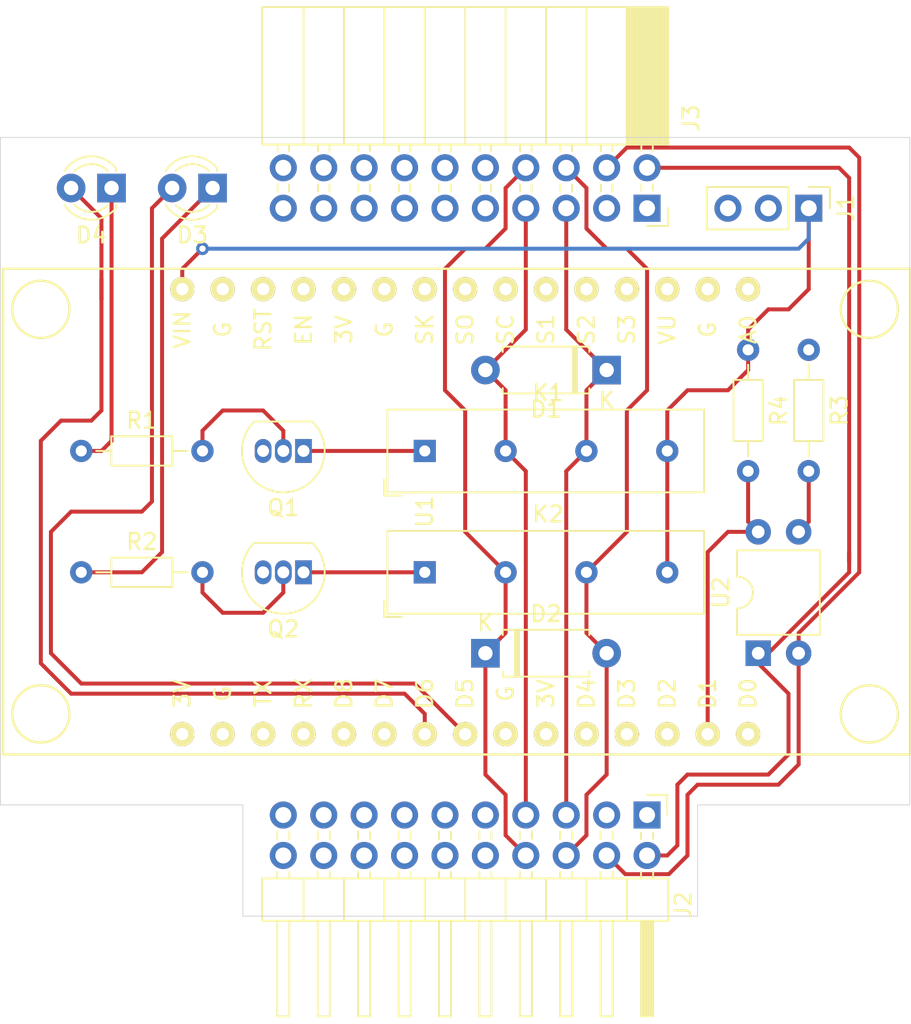
<source format=kicad_pcb>
(kicad_pcb (version 20171130) (host pcbnew "(5.1.6)-1")

  (general
    (thickness 1.6)
    (drawings 9)
    (tracks 144)
    (zones 0)
    (modules 17)
    (nets 49)
  )

  (page A4)
  (layers
    (0 F.Cu signal)
    (31 B.Cu signal)
    (32 B.Adhes user)
    (33 F.Adhes user)
    (34 B.Paste user)
    (35 F.Paste user)
    (36 B.SilkS user)
    (37 F.SilkS user)
    (38 B.Mask user)
    (39 F.Mask user)
    (40 Dwgs.User user)
    (41 Cmts.User user)
    (42 Eco1.User user)
    (43 Eco2.User user)
    (44 Edge.Cuts user)
    (45 Margin user)
    (46 B.CrtYd user)
    (47 F.CrtYd user)
    (48 B.Fab user)
    (49 F.Fab user)
  )

  (setup
    (last_trace_width 0.25)
    (trace_clearance 0.2)
    (zone_clearance 0.508)
    (zone_45_only no)
    (trace_min 0.2)
    (via_size 0.8)
    (via_drill 0.4)
    (via_min_size 0.4)
    (via_min_drill 0.3)
    (uvia_size 0.3)
    (uvia_drill 0.1)
    (uvias_allowed no)
    (uvia_min_size 0.2)
    (uvia_min_drill 0.1)
    (edge_width 0.05)
    (segment_width 0.2)
    (pcb_text_width 0.3)
    (pcb_text_size 1.5 1.5)
    (mod_edge_width 0.12)
    (mod_text_size 1 1)
    (mod_text_width 0.15)
    (pad_size 1.524 1.524)
    (pad_drill 0.762)
    (pad_to_mask_clearance 0.05)
    (aux_axis_origin 0 0)
    (visible_elements FFFFFF7F)
    (pcbplotparams
      (layerselection 0x010fc_ffffffff)
      (usegerberextensions false)
      (usegerberattributes true)
      (usegerberadvancedattributes true)
      (creategerberjobfile true)
      (excludeedgelayer true)
      (linewidth 0.100000)
      (plotframeref false)
      (viasonmask false)
      (mode 1)
      (useauxorigin false)
      (hpglpennumber 1)
      (hpglpenspeed 20)
      (hpglpendiameter 15.000000)
      (psnegative false)
      (psa4output false)
      (plotreference true)
      (plotvalue true)
      (plotinvisibletext false)
      (padsonsilk false)
      (subtractmaskfromsilk false)
      (outputformat 1)
      (mirror false)
      (drillshape 1)
      (scaleselection 1)
      (outputdirectory ""))
  )

  (net 0 "")
  (net 1 RSTCON_P)
  (net 2 RSTCON_N)
  (net 3 PWRBTN_N)
  (net 4 PWRBTN_P)
  (net 5 PWRBTN_TTL)
  (net 6 "Net-(D3-Pad2)")
  (net 7 "Net-(D4-Pad2)")
  (net 8 RSTCON_TTL)
  (net 9 +5V)
  (net 10 "Net-(J1-Pad2)")
  (net 11 GND)
  (net 12 "Net-(J2-Pad1)")
  (net 13 PWRLED_P)
  (net 14 "Net-(J2-Pad3)")
  (net 15 PWRLED_N)
  (net 16 "Net-(J3-Pad1)")
  (net 17 "Net-(J3-Pad3)")
  (net 18 "Net-(K1-Pad1)")
  (net 19 "Net-(K2-Pad1)")
  (net 20 "Net-(Q1-Pad2)")
  (net 21 "Net-(Q2-Pad2)")
  (net 22 "Net-(R3-Pad2)")
  (net 23 PWRLED_TTL)
  (net 24 "Net-(U1-Pad1)")
  (net 25 "Net-(U1-Pad2)")
  (net 26 "Net-(U1-Pad4)")
  (net 27 "Net-(U1-Pad5)")
  (net 28 "Net-(U1-Pad6)")
  (net 29 "Net-(U1-Pad7)")
  (net 30 "Net-(U1-Pad8)")
  (net 31 "Net-(U1-Pad9)")
  (net 32 "Net-(U1-Pad11)")
  (net 33 "Net-(U1-Pad12)")
  (net 34 "Net-(U1-Pad13)")
  (net 35 "Net-(U1-Pad14)")
  (net 36 "Net-(U1-Pad16)")
  (net 37 "Net-(U1-Pad17)")
  (net 38 "Net-(U1-Pad18)")
  (net 39 "Net-(U1-Pad19)")
  (net 40 "Net-(U1-Pad20)")
  (net 41 "Net-(U1-Pad21)")
  (net 42 "Net-(U1-Pad24)")
  (net 43 "Net-(U1-Pad25)")
  (net 44 "Net-(U1-Pad26)")
  (net 45 "Net-(U1-Pad27)")
  (net 46 "Net-(U1-Pad28)")
  (net 47 "Net-(U1-Pad30)")
  (net 48 "Net-(U1-Pad3)")

  (net_class Default "This is the default net class."
    (clearance 0.2)
    (trace_width 0.25)
    (via_dia 0.8)
    (via_drill 0.4)
    (uvia_dia 0.3)
    (uvia_drill 0.1)
    (add_net +5V)
    (add_net GND)
    (add_net "Net-(D3-Pad2)")
    (add_net "Net-(D4-Pad2)")
    (add_net "Net-(J1-Pad2)")
    (add_net "Net-(J2-Pad1)")
    (add_net "Net-(J2-Pad3)")
    (add_net "Net-(J3-Pad1)")
    (add_net "Net-(J3-Pad3)")
    (add_net "Net-(K1-Pad1)")
    (add_net "Net-(K2-Pad1)")
    (add_net "Net-(Q1-Pad2)")
    (add_net "Net-(Q2-Pad2)")
    (add_net "Net-(R3-Pad2)")
    (add_net "Net-(U1-Pad1)")
    (add_net "Net-(U1-Pad11)")
    (add_net "Net-(U1-Pad12)")
    (add_net "Net-(U1-Pad13)")
    (add_net "Net-(U1-Pad14)")
    (add_net "Net-(U1-Pad16)")
    (add_net "Net-(U1-Pad17)")
    (add_net "Net-(U1-Pad18)")
    (add_net "Net-(U1-Pad19)")
    (add_net "Net-(U1-Pad2)")
    (add_net "Net-(U1-Pad20)")
    (add_net "Net-(U1-Pad21)")
    (add_net "Net-(U1-Pad24)")
    (add_net "Net-(U1-Pad25)")
    (add_net "Net-(U1-Pad26)")
    (add_net "Net-(U1-Pad27)")
    (add_net "Net-(U1-Pad28)")
    (add_net "Net-(U1-Pad3)")
    (add_net "Net-(U1-Pad30)")
    (add_net "Net-(U1-Pad4)")
    (add_net "Net-(U1-Pad5)")
    (add_net "Net-(U1-Pad6)")
    (add_net "Net-(U1-Pad7)")
    (add_net "Net-(U1-Pad8)")
    (add_net "Net-(U1-Pad9)")
    (add_net PWRBTN_N)
    (add_net PWRBTN_P)
    (add_net PWRBTN_TTL)
    (add_net PWRLED_N)
    (add_net PWRLED_P)
    (add_net PWRLED_TTL)
    (add_net RSTCON_N)
    (add_net RSTCON_P)
    (add_net RSTCON_TTL)
  )

  (module Connector_PinSocket_2.54mm:PinSocket_2x10_P2.54mm_Horizontal (layer F.Cu) (tedit 5A19A430) (tstamp 607F568E)
    (at 149.86 44.45 270)
    (descr "Through hole angled socket strip, 2x10, 2.54mm pitch, 8.51mm socket length, double cols (from Kicad 4.0.7), script generated")
    (tags "Through hole angled socket strip THT 2x10 2.54mm double row")
    (path /607F43C9)
    (fp_text reference J3 (at -5.65 -2.77 90) (layer F.SilkS)
      (effects (font (size 1 1) (thickness 0.15)))
    )
    (fp_text value atxpanel (at -5.65 25.63 90) (layer F.Fab)
      (effects (font (size 1 1) (thickness 0.15)))
    )
    (fp_text user %R (at -8.315 11.43) (layer F.Fab)
      (effects (font (size 1 1) (thickness 0.15)))
    )
    (fp_line (start -12.57 -1.27) (end -5.03 -1.27) (layer F.Fab) (width 0.1))
    (fp_line (start -5.03 -1.27) (end -4.06 -0.3) (layer F.Fab) (width 0.1))
    (fp_line (start -4.06 -0.3) (end -4.06 24.13) (layer F.Fab) (width 0.1))
    (fp_line (start -4.06 24.13) (end -12.57 24.13) (layer F.Fab) (width 0.1))
    (fp_line (start -12.57 24.13) (end -12.57 -1.27) (layer F.Fab) (width 0.1))
    (fp_line (start 0 -0.3) (end -4.06 -0.3) (layer F.Fab) (width 0.1))
    (fp_line (start -4.06 0.3) (end 0 0.3) (layer F.Fab) (width 0.1))
    (fp_line (start 0 0.3) (end 0 -0.3) (layer F.Fab) (width 0.1))
    (fp_line (start 0 2.24) (end -4.06 2.24) (layer F.Fab) (width 0.1))
    (fp_line (start -4.06 2.84) (end 0 2.84) (layer F.Fab) (width 0.1))
    (fp_line (start 0 2.84) (end 0 2.24) (layer F.Fab) (width 0.1))
    (fp_line (start 0 4.78) (end -4.06 4.78) (layer F.Fab) (width 0.1))
    (fp_line (start -4.06 5.38) (end 0 5.38) (layer F.Fab) (width 0.1))
    (fp_line (start 0 5.38) (end 0 4.78) (layer F.Fab) (width 0.1))
    (fp_line (start 0 7.32) (end -4.06 7.32) (layer F.Fab) (width 0.1))
    (fp_line (start -4.06 7.92) (end 0 7.92) (layer F.Fab) (width 0.1))
    (fp_line (start 0 7.92) (end 0 7.32) (layer F.Fab) (width 0.1))
    (fp_line (start 0 9.86) (end -4.06 9.86) (layer F.Fab) (width 0.1))
    (fp_line (start -4.06 10.46) (end 0 10.46) (layer F.Fab) (width 0.1))
    (fp_line (start 0 10.46) (end 0 9.86) (layer F.Fab) (width 0.1))
    (fp_line (start 0 12.4) (end -4.06 12.4) (layer F.Fab) (width 0.1))
    (fp_line (start -4.06 13) (end 0 13) (layer F.Fab) (width 0.1))
    (fp_line (start 0 13) (end 0 12.4) (layer F.Fab) (width 0.1))
    (fp_line (start 0 14.94) (end -4.06 14.94) (layer F.Fab) (width 0.1))
    (fp_line (start -4.06 15.54) (end 0 15.54) (layer F.Fab) (width 0.1))
    (fp_line (start 0 15.54) (end 0 14.94) (layer F.Fab) (width 0.1))
    (fp_line (start 0 17.48) (end -4.06 17.48) (layer F.Fab) (width 0.1))
    (fp_line (start -4.06 18.08) (end 0 18.08) (layer F.Fab) (width 0.1))
    (fp_line (start 0 18.08) (end 0 17.48) (layer F.Fab) (width 0.1))
    (fp_line (start 0 20.02) (end -4.06 20.02) (layer F.Fab) (width 0.1))
    (fp_line (start -4.06 20.62) (end 0 20.62) (layer F.Fab) (width 0.1))
    (fp_line (start 0 20.62) (end 0 20.02) (layer F.Fab) (width 0.1))
    (fp_line (start 0 22.56) (end -4.06 22.56) (layer F.Fab) (width 0.1))
    (fp_line (start -4.06 23.16) (end 0 23.16) (layer F.Fab) (width 0.1))
    (fp_line (start 0 23.16) (end 0 22.56) (layer F.Fab) (width 0.1))
    (fp_line (start -12.63 -1.21) (end -4 -1.21) (layer F.SilkS) (width 0.12))
    (fp_line (start -12.63 -1.091905) (end -4 -1.091905) (layer F.SilkS) (width 0.12))
    (fp_line (start -12.63 -0.97381) (end -4 -0.97381) (layer F.SilkS) (width 0.12))
    (fp_line (start -12.63 -0.855715) (end -4 -0.855715) (layer F.SilkS) (width 0.12))
    (fp_line (start -12.63 -0.73762) (end -4 -0.73762) (layer F.SilkS) (width 0.12))
    (fp_line (start -12.63 -0.619525) (end -4 -0.619525) (layer F.SilkS) (width 0.12))
    (fp_line (start -12.63 -0.50143) (end -4 -0.50143) (layer F.SilkS) (width 0.12))
    (fp_line (start -12.63 -0.383335) (end -4 -0.383335) (layer F.SilkS) (width 0.12))
    (fp_line (start -12.63 -0.26524) (end -4 -0.26524) (layer F.SilkS) (width 0.12))
    (fp_line (start -12.63 -0.147145) (end -4 -0.147145) (layer F.SilkS) (width 0.12))
    (fp_line (start -12.63 -0.02905) (end -4 -0.02905) (layer F.SilkS) (width 0.12))
    (fp_line (start -12.63 0.089045) (end -4 0.089045) (layer F.SilkS) (width 0.12))
    (fp_line (start -12.63 0.20714) (end -4 0.20714) (layer F.SilkS) (width 0.12))
    (fp_line (start -12.63 0.325235) (end -4 0.325235) (layer F.SilkS) (width 0.12))
    (fp_line (start -12.63 0.44333) (end -4 0.44333) (layer F.SilkS) (width 0.12))
    (fp_line (start -12.63 0.561425) (end -4 0.561425) (layer F.SilkS) (width 0.12))
    (fp_line (start -12.63 0.67952) (end -4 0.67952) (layer F.SilkS) (width 0.12))
    (fp_line (start -12.63 0.797615) (end -4 0.797615) (layer F.SilkS) (width 0.12))
    (fp_line (start -12.63 0.91571) (end -4 0.91571) (layer F.SilkS) (width 0.12))
    (fp_line (start -12.63 1.033805) (end -4 1.033805) (layer F.SilkS) (width 0.12))
    (fp_line (start -12.63 1.1519) (end -4 1.1519) (layer F.SilkS) (width 0.12))
    (fp_line (start -4 -0.36) (end -3.59 -0.36) (layer F.SilkS) (width 0.12))
    (fp_line (start -1.49 -0.36) (end -1.11 -0.36) (layer F.SilkS) (width 0.12))
    (fp_line (start -4 0.36) (end -3.59 0.36) (layer F.SilkS) (width 0.12))
    (fp_line (start -1.49 0.36) (end -1.11 0.36) (layer F.SilkS) (width 0.12))
    (fp_line (start -4 2.18) (end -3.59 2.18) (layer F.SilkS) (width 0.12))
    (fp_line (start -1.49 2.18) (end -1.05 2.18) (layer F.SilkS) (width 0.12))
    (fp_line (start -4 2.9) (end -3.59 2.9) (layer F.SilkS) (width 0.12))
    (fp_line (start -1.49 2.9) (end -1.05 2.9) (layer F.SilkS) (width 0.12))
    (fp_line (start -4 4.72) (end -3.59 4.72) (layer F.SilkS) (width 0.12))
    (fp_line (start -1.49 4.72) (end -1.05 4.72) (layer F.SilkS) (width 0.12))
    (fp_line (start -4 5.44) (end -3.59 5.44) (layer F.SilkS) (width 0.12))
    (fp_line (start -1.49 5.44) (end -1.05 5.44) (layer F.SilkS) (width 0.12))
    (fp_line (start -4 7.26) (end -3.59 7.26) (layer F.SilkS) (width 0.12))
    (fp_line (start -1.49 7.26) (end -1.05 7.26) (layer F.SilkS) (width 0.12))
    (fp_line (start -4 7.98) (end -3.59 7.98) (layer F.SilkS) (width 0.12))
    (fp_line (start -1.49 7.98) (end -1.05 7.98) (layer F.SilkS) (width 0.12))
    (fp_line (start -4 9.8) (end -3.59 9.8) (layer F.SilkS) (width 0.12))
    (fp_line (start -1.49 9.8) (end -1.05 9.8) (layer F.SilkS) (width 0.12))
    (fp_line (start -4 10.52) (end -3.59 10.52) (layer F.SilkS) (width 0.12))
    (fp_line (start -1.49 10.52) (end -1.05 10.52) (layer F.SilkS) (width 0.12))
    (fp_line (start -4 12.34) (end -3.59 12.34) (layer F.SilkS) (width 0.12))
    (fp_line (start -1.49 12.34) (end -1.05 12.34) (layer F.SilkS) (width 0.12))
    (fp_line (start -4 13.06) (end -3.59 13.06) (layer F.SilkS) (width 0.12))
    (fp_line (start -1.49 13.06) (end -1.05 13.06) (layer F.SilkS) (width 0.12))
    (fp_line (start -4 14.88) (end -3.59 14.88) (layer F.SilkS) (width 0.12))
    (fp_line (start -1.49 14.88) (end -1.05 14.88) (layer F.SilkS) (width 0.12))
    (fp_line (start -4 15.6) (end -3.59 15.6) (layer F.SilkS) (width 0.12))
    (fp_line (start -1.49 15.6) (end -1.05 15.6) (layer F.SilkS) (width 0.12))
    (fp_line (start -4 17.42) (end -3.59 17.42) (layer F.SilkS) (width 0.12))
    (fp_line (start -1.49 17.42) (end -1.05 17.42) (layer F.SilkS) (width 0.12))
    (fp_line (start -4 18.14) (end -3.59 18.14) (layer F.SilkS) (width 0.12))
    (fp_line (start -1.49 18.14) (end -1.05 18.14) (layer F.SilkS) (width 0.12))
    (fp_line (start -4 19.96) (end -3.59 19.96) (layer F.SilkS) (width 0.12))
    (fp_line (start -1.49 19.96) (end -1.05 19.96) (layer F.SilkS) (width 0.12))
    (fp_line (start -4 20.68) (end -3.59 20.68) (layer F.SilkS) (width 0.12))
    (fp_line (start -1.49 20.68) (end -1.05 20.68) (layer F.SilkS) (width 0.12))
    (fp_line (start -4 22.5) (end -3.59 22.5) (layer F.SilkS) (width 0.12))
    (fp_line (start -1.49 22.5) (end -1.05 22.5) (layer F.SilkS) (width 0.12))
    (fp_line (start -4 23.22) (end -3.59 23.22) (layer F.SilkS) (width 0.12))
    (fp_line (start -1.49 23.22) (end -1.05 23.22) (layer F.SilkS) (width 0.12))
    (fp_line (start -12.63 1.27) (end -4 1.27) (layer F.SilkS) (width 0.12))
    (fp_line (start -12.63 3.81) (end -4 3.81) (layer F.SilkS) (width 0.12))
    (fp_line (start -12.63 6.35) (end -4 6.35) (layer F.SilkS) (width 0.12))
    (fp_line (start -12.63 8.89) (end -4 8.89) (layer F.SilkS) (width 0.12))
    (fp_line (start -12.63 11.43) (end -4 11.43) (layer F.SilkS) (width 0.12))
    (fp_line (start -12.63 13.97) (end -4 13.97) (layer F.SilkS) (width 0.12))
    (fp_line (start -12.63 16.51) (end -4 16.51) (layer F.SilkS) (width 0.12))
    (fp_line (start -12.63 19.05) (end -4 19.05) (layer F.SilkS) (width 0.12))
    (fp_line (start -12.63 21.59) (end -4 21.59) (layer F.SilkS) (width 0.12))
    (fp_line (start -12.63 -1.33) (end -4 -1.33) (layer F.SilkS) (width 0.12))
    (fp_line (start -4 -1.33) (end -4 24.19) (layer F.SilkS) (width 0.12))
    (fp_line (start -12.63 24.19) (end -4 24.19) (layer F.SilkS) (width 0.12))
    (fp_line (start -12.63 -1.33) (end -12.63 24.19) (layer F.SilkS) (width 0.12))
    (fp_line (start 1.11 -1.33) (end 1.11 0) (layer F.SilkS) (width 0.12))
    (fp_line (start 0 -1.33) (end 1.11 -1.33) (layer F.SilkS) (width 0.12))
    (fp_line (start 1.8 -1.75) (end -13.05 -1.75) (layer F.CrtYd) (width 0.05))
    (fp_line (start -13.05 -1.75) (end -13.05 24.65) (layer F.CrtYd) (width 0.05))
    (fp_line (start -13.05 24.65) (end 1.8 24.65) (layer F.CrtYd) (width 0.05))
    (fp_line (start 1.8 24.65) (end 1.8 -1.75) (layer F.CrtYd) (width 0.05))
    (pad 20 thru_hole oval (at -2.54 22.86 270) (size 1.7 1.7) (drill 1) (layers *.Cu *.Mask))
    (pad 19 thru_hole oval (at 0 22.86 270) (size 1.7 1.7) (drill 1) (layers *.Cu *.Mask))
    (pad 18 thru_hole oval (at -2.54 20.32 270) (size 1.7 1.7) (drill 1) (layers *.Cu *.Mask))
    (pad 17 thru_hole oval (at 0 20.32 270) (size 1.7 1.7) (drill 1) (layers *.Cu *.Mask))
    (pad 16 thru_hole oval (at -2.54 17.78 270) (size 1.7 1.7) (drill 1) (layers *.Cu *.Mask))
    (pad 15 thru_hole oval (at 0 17.78 270) (size 1.7 1.7) (drill 1) (layers *.Cu *.Mask))
    (pad 14 thru_hole oval (at -2.54 15.24 270) (size 1.7 1.7) (drill 1) (layers *.Cu *.Mask))
    (pad 13 thru_hole oval (at 0 15.24 270) (size 1.7 1.7) (drill 1) (layers *.Cu *.Mask))
    (pad 12 thru_hole oval (at -2.54 12.7 270) (size 1.7 1.7) (drill 1) (layers *.Cu *.Mask))
    (pad 11 thru_hole oval (at 0 12.7 270) (size 1.7 1.7) (drill 1) (layers *.Cu *.Mask))
    (pad 10 thru_hole oval (at -2.54 10.16 270) (size 1.7 1.7) (drill 1) (layers *.Cu *.Mask))
    (pad 9 thru_hole oval (at 0 10.16 270) (size 1.7 1.7) (drill 1) (layers *.Cu *.Mask))
    (pad 8 thru_hole oval (at -2.54 7.62 270) (size 1.7 1.7) (drill 1) (layers *.Cu *.Mask)
      (net 3 PWRBTN_N))
    (pad 7 thru_hole oval (at 0 7.62 270) (size 1.7 1.7) (drill 1) (layers *.Cu *.Mask)
      (net 1 RSTCON_P))
    (pad 6 thru_hole oval (at -2.54 5.08 270) (size 1.7 1.7) (drill 1) (layers *.Cu *.Mask)
      (net 4 PWRBTN_P))
    (pad 5 thru_hole oval (at 0 5.08 270) (size 1.7 1.7) (drill 1) (layers *.Cu *.Mask)
      (net 2 RSTCON_N))
    (pad 4 thru_hole oval (at -2.54 2.54 270) (size 1.7 1.7) (drill 1) (layers *.Cu *.Mask)
      (net 15 PWRLED_N))
    (pad 3 thru_hole oval (at 0 2.54 270) (size 1.7 1.7) (drill 1) (layers *.Cu *.Mask)
      (net 17 "Net-(J3-Pad3)"))
    (pad 2 thru_hole oval (at -2.54 0 270) (size 1.7 1.7) (drill 1) (layers *.Cu *.Mask)
      (net 13 PWRLED_P))
    (pad 1 thru_hole rect (at 0 0 270) (size 1.7 1.7) (drill 1) (layers *.Cu *.Mask)
      (net 16 "Net-(J3-Pad1)"))
    (model ${KISYS3DMOD}/Connector_PinSocket_2.54mm.3dshapes/PinSocket_2x10_P2.54mm_Horizontal.wrl
      (at (xyz 0 0 0))
      (scale (xyz 1 1 1))
      (rotate (xyz 0 0 0))
    )
  )

  (module Connector_PinHeader_2.54mm:PinHeader_2x10_P2.54mm_Horizontal (layer F.Cu) (tedit 59FED5CB) (tstamp 607F6EC2)
    (at 149.86 82.55 270)
    (descr "Through hole angled pin header, 2x10, 2.54mm pitch, 6mm pin length, double rows")
    (tags "Through hole angled pin header THT 2x10 2.54mm double row")
    (path /60826863)
    (fp_text reference J2 (at 5.655 -2.27 90) (layer F.SilkS)
      (effects (font (size 1 1) (thickness 0.15)))
    )
    (fp_text value atxpanel (at 5.655 25.13 90) (layer F.Fab)
      (effects (font (size 1 1) (thickness 0.15)))
    )
    (fp_text user %R (at 5.31 11.43) (layer F.Fab)
      (effects (font (size 1 1) (thickness 0.15)))
    )
    (fp_line (start 4.675 -1.27) (end 6.58 -1.27) (layer F.Fab) (width 0.1))
    (fp_line (start 6.58 -1.27) (end 6.58 24.13) (layer F.Fab) (width 0.1))
    (fp_line (start 6.58 24.13) (end 4.04 24.13) (layer F.Fab) (width 0.1))
    (fp_line (start 4.04 24.13) (end 4.04 -0.635) (layer F.Fab) (width 0.1))
    (fp_line (start 4.04 -0.635) (end 4.675 -1.27) (layer F.Fab) (width 0.1))
    (fp_line (start -0.32 -0.32) (end 4.04 -0.32) (layer F.Fab) (width 0.1))
    (fp_line (start -0.32 -0.32) (end -0.32 0.32) (layer F.Fab) (width 0.1))
    (fp_line (start -0.32 0.32) (end 4.04 0.32) (layer F.Fab) (width 0.1))
    (fp_line (start 6.58 -0.32) (end 12.58 -0.32) (layer F.Fab) (width 0.1))
    (fp_line (start 12.58 -0.32) (end 12.58 0.32) (layer F.Fab) (width 0.1))
    (fp_line (start 6.58 0.32) (end 12.58 0.32) (layer F.Fab) (width 0.1))
    (fp_line (start -0.32 2.22) (end 4.04 2.22) (layer F.Fab) (width 0.1))
    (fp_line (start -0.32 2.22) (end -0.32 2.86) (layer F.Fab) (width 0.1))
    (fp_line (start -0.32 2.86) (end 4.04 2.86) (layer F.Fab) (width 0.1))
    (fp_line (start 6.58 2.22) (end 12.58 2.22) (layer F.Fab) (width 0.1))
    (fp_line (start 12.58 2.22) (end 12.58 2.86) (layer F.Fab) (width 0.1))
    (fp_line (start 6.58 2.86) (end 12.58 2.86) (layer F.Fab) (width 0.1))
    (fp_line (start -0.32 4.76) (end 4.04 4.76) (layer F.Fab) (width 0.1))
    (fp_line (start -0.32 4.76) (end -0.32 5.4) (layer F.Fab) (width 0.1))
    (fp_line (start -0.32 5.4) (end 4.04 5.4) (layer F.Fab) (width 0.1))
    (fp_line (start 6.58 4.76) (end 12.58 4.76) (layer F.Fab) (width 0.1))
    (fp_line (start 12.58 4.76) (end 12.58 5.4) (layer F.Fab) (width 0.1))
    (fp_line (start 6.58 5.4) (end 12.58 5.4) (layer F.Fab) (width 0.1))
    (fp_line (start -0.32 7.3) (end 4.04 7.3) (layer F.Fab) (width 0.1))
    (fp_line (start -0.32 7.3) (end -0.32 7.94) (layer F.Fab) (width 0.1))
    (fp_line (start -0.32 7.94) (end 4.04 7.94) (layer F.Fab) (width 0.1))
    (fp_line (start 6.58 7.3) (end 12.58 7.3) (layer F.Fab) (width 0.1))
    (fp_line (start 12.58 7.3) (end 12.58 7.94) (layer F.Fab) (width 0.1))
    (fp_line (start 6.58 7.94) (end 12.58 7.94) (layer F.Fab) (width 0.1))
    (fp_line (start -0.32 9.84) (end 4.04 9.84) (layer F.Fab) (width 0.1))
    (fp_line (start -0.32 9.84) (end -0.32 10.48) (layer F.Fab) (width 0.1))
    (fp_line (start -0.32 10.48) (end 4.04 10.48) (layer F.Fab) (width 0.1))
    (fp_line (start 6.58 9.84) (end 12.58 9.84) (layer F.Fab) (width 0.1))
    (fp_line (start 12.58 9.84) (end 12.58 10.48) (layer F.Fab) (width 0.1))
    (fp_line (start 6.58 10.48) (end 12.58 10.48) (layer F.Fab) (width 0.1))
    (fp_line (start -0.32 12.38) (end 4.04 12.38) (layer F.Fab) (width 0.1))
    (fp_line (start -0.32 12.38) (end -0.32 13.02) (layer F.Fab) (width 0.1))
    (fp_line (start -0.32 13.02) (end 4.04 13.02) (layer F.Fab) (width 0.1))
    (fp_line (start 6.58 12.38) (end 12.58 12.38) (layer F.Fab) (width 0.1))
    (fp_line (start 12.58 12.38) (end 12.58 13.02) (layer F.Fab) (width 0.1))
    (fp_line (start 6.58 13.02) (end 12.58 13.02) (layer F.Fab) (width 0.1))
    (fp_line (start -0.32 14.92) (end 4.04 14.92) (layer F.Fab) (width 0.1))
    (fp_line (start -0.32 14.92) (end -0.32 15.56) (layer F.Fab) (width 0.1))
    (fp_line (start -0.32 15.56) (end 4.04 15.56) (layer F.Fab) (width 0.1))
    (fp_line (start 6.58 14.92) (end 12.58 14.92) (layer F.Fab) (width 0.1))
    (fp_line (start 12.58 14.92) (end 12.58 15.56) (layer F.Fab) (width 0.1))
    (fp_line (start 6.58 15.56) (end 12.58 15.56) (layer F.Fab) (width 0.1))
    (fp_line (start -0.32 17.46) (end 4.04 17.46) (layer F.Fab) (width 0.1))
    (fp_line (start -0.32 17.46) (end -0.32 18.1) (layer F.Fab) (width 0.1))
    (fp_line (start -0.32 18.1) (end 4.04 18.1) (layer F.Fab) (width 0.1))
    (fp_line (start 6.58 17.46) (end 12.58 17.46) (layer F.Fab) (width 0.1))
    (fp_line (start 12.58 17.46) (end 12.58 18.1) (layer F.Fab) (width 0.1))
    (fp_line (start 6.58 18.1) (end 12.58 18.1) (layer F.Fab) (width 0.1))
    (fp_line (start -0.32 20) (end 4.04 20) (layer F.Fab) (width 0.1))
    (fp_line (start -0.32 20) (end -0.32 20.64) (layer F.Fab) (width 0.1))
    (fp_line (start -0.32 20.64) (end 4.04 20.64) (layer F.Fab) (width 0.1))
    (fp_line (start 6.58 20) (end 12.58 20) (layer F.Fab) (width 0.1))
    (fp_line (start 12.58 20) (end 12.58 20.64) (layer F.Fab) (width 0.1))
    (fp_line (start 6.58 20.64) (end 12.58 20.64) (layer F.Fab) (width 0.1))
    (fp_line (start -0.32 22.54) (end 4.04 22.54) (layer F.Fab) (width 0.1))
    (fp_line (start -0.32 22.54) (end -0.32 23.18) (layer F.Fab) (width 0.1))
    (fp_line (start -0.32 23.18) (end 4.04 23.18) (layer F.Fab) (width 0.1))
    (fp_line (start 6.58 22.54) (end 12.58 22.54) (layer F.Fab) (width 0.1))
    (fp_line (start 12.58 22.54) (end 12.58 23.18) (layer F.Fab) (width 0.1))
    (fp_line (start 6.58 23.18) (end 12.58 23.18) (layer F.Fab) (width 0.1))
    (fp_line (start 3.98 -1.33) (end 3.98 24.19) (layer F.SilkS) (width 0.12))
    (fp_line (start 3.98 24.19) (end 6.64 24.19) (layer F.SilkS) (width 0.12))
    (fp_line (start 6.64 24.19) (end 6.64 -1.33) (layer F.SilkS) (width 0.12))
    (fp_line (start 6.64 -1.33) (end 3.98 -1.33) (layer F.SilkS) (width 0.12))
    (fp_line (start 6.64 -0.38) (end 12.64 -0.38) (layer F.SilkS) (width 0.12))
    (fp_line (start 12.64 -0.38) (end 12.64 0.38) (layer F.SilkS) (width 0.12))
    (fp_line (start 12.64 0.38) (end 6.64 0.38) (layer F.SilkS) (width 0.12))
    (fp_line (start 6.64 -0.32) (end 12.64 -0.32) (layer F.SilkS) (width 0.12))
    (fp_line (start 6.64 -0.2) (end 12.64 -0.2) (layer F.SilkS) (width 0.12))
    (fp_line (start 6.64 -0.08) (end 12.64 -0.08) (layer F.SilkS) (width 0.12))
    (fp_line (start 6.64 0.04) (end 12.64 0.04) (layer F.SilkS) (width 0.12))
    (fp_line (start 6.64 0.16) (end 12.64 0.16) (layer F.SilkS) (width 0.12))
    (fp_line (start 6.64 0.28) (end 12.64 0.28) (layer F.SilkS) (width 0.12))
    (fp_line (start 3.582929 -0.38) (end 3.98 -0.38) (layer F.SilkS) (width 0.12))
    (fp_line (start 3.582929 0.38) (end 3.98 0.38) (layer F.SilkS) (width 0.12))
    (fp_line (start 1.11 -0.38) (end 1.497071 -0.38) (layer F.SilkS) (width 0.12))
    (fp_line (start 1.11 0.38) (end 1.497071 0.38) (layer F.SilkS) (width 0.12))
    (fp_line (start 3.98 1.27) (end 6.64 1.27) (layer F.SilkS) (width 0.12))
    (fp_line (start 6.64 2.16) (end 12.64 2.16) (layer F.SilkS) (width 0.12))
    (fp_line (start 12.64 2.16) (end 12.64 2.92) (layer F.SilkS) (width 0.12))
    (fp_line (start 12.64 2.92) (end 6.64 2.92) (layer F.SilkS) (width 0.12))
    (fp_line (start 3.582929 2.16) (end 3.98 2.16) (layer F.SilkS) (width 0.12))
    (fp_line (start 3.582929 2.92) (end 3.98 2.92) (layer F.SilkS) (width 0.12))
    (fp_line (start 1.042929 2.16) (end 1.497071 2.16) (layer F.SilkS) (width 0.12))
    (fp_line (start 1.042929 2.92) (end 1.497071 2.92) (layer F.SilkS) (width 0.12))
    (fp_line (start 3.98 3.81) (end 6.64 3.81) (layer F.SilkS) (width 0.12))
    (fp_line (start 6.64 4.7) (end 12.64 4.7) (layer F.SilkS) (width 0.12))
    (fp_line (start 12.64 4.7) (end 12.64 5.46) (layer F.SilkS) (width 0.12))
    (fp_line (start 12.64 5.46) (end 6.64 5.46) (layer F.SilkS) (width 0.12))
    (fp_line (start 3.582929 4.7) (end 3.98 4.7) (layer F.SilkS) (width 0.12))
    (fp_line (start 3.582929 5.46) (end 3.98 5.46) (layer F.SilkS) (width 0.12))
    (fp_line (start 1.042929 4.7) (end 1.497071 4.7) (layer F.SilkS) (width 0.12))
    (fp_line (start 1.042929 5.46) (end 1.497071 5.46) (layer F.SilkS) (width 0.12))
    (fp_line (start 3.98 6.35) (end 6.64 6.35) (layer F.SilkS) (width 0.12))
    (fp_line (start 6.64 7.24) (end 12.64 7.24) (layer F.SilkS) (width 0.12))
    (fp_line (start 12.64 7.24) (end 12.64 8) (layer F.SilkS) (width 0.12))
    (fp_line (start 12.64 8) (end 6.64 8) (layer F.SilkS) (width 0.12))
    (fp_line (start 3.582929 7.24) (end 3.98 7.24) (layer F.SilkS) (width 0.12))
    (fp_line (start 3.582929 8) (end 3.98 8) (layer F.SilkS) (width 0.12))
    (fp_line (start 1.042929 7.24) (end 1.497071 7.24) (layer F.SilkS) (width 0.12))
    (fp_line (start 1.042929 8) (end 1.497071 8) (layer F.SilkS) (width 0.12))
    (fp_line (start 3.98 8.89) (end 6.64 8.89) (layer F.SilkS) (width 0.12))
    (fp_line (start 6.64 9.78) (end 12.64 9.78) (layer F.SilkS) (width 0.12))
    (fp_line (start 12.64 9.78) (end 12.64 10.54) (layer F.SilkS) (width 0.12))
    (fp_line (start 12.64 10.54) (end 6.64 10.54) (layer F.SilkS) (width 0.12))
    (fp_line (start 3.582929 9.78) (end 3.98 9.78) (layer F.SilkS) (width 0.12))
    (fp_line (start 3.582929 10.54) (end 3.98 10.54) (layer F.SilkS) (width 0.12))
    (fp_line (start 1.042929 9.78) (end 1.497071 9.78) (layer F.SilkS) (width 0.12))
    (fp_line (start 1.042929 10.54) (end 1.497071 10.54) (layer F.SilkS) (width 0.12))
    (fp_line (start 3.98 11.43) (end 6.64 11.43) (layer F.SilkS) (width 0.12))
    (fp_line (start 6.64 12.32) (end 12.64 12.32) (layer F.SilkS) (width 0.12))
    (fp_line (start 12.64 12.32) (end 12.64 13.08) (layer F.SilkS) (width 0.12))
    (fp_line (start 12.64 13.08) (end 6.64 13.08) (layer F.SilkS) (width 0.12))
    (fp_line (start 3.582929 12.32) (end 3.98 12.32) (layer F.SilkS) (width 0.12))
    (fp_line (start 3.582929 13.08) (end 3.98 13.08) (layer F.SilkS) (width 0.12))
    (fp_line (start 1.042929 12.32) (end 1.497071 12.32) (layer F.SilkS) (width 0.12))
    (fp_line (start 1.042929 13.08) (end 1.497071 13.08) (layer F.SilkS) (width 0.12))
    (fp_line (start 3.98 13.97) (end 6.64 13.97) (layer F.SilkS) (width 0.12))
    (fp_line (start 6.64 14.86) (end 12.64 14.86) (layer F.SilkS) (width 0.12))
    (fp_line (start 12.64 14.86) (end 12.64 15.62) (layer F.SilkS) (width 0.12))
    (fp_line (start 12.64 15.62) (end 6.64 15.62) (layer F.SilkS) (width 0.12))
    (fp_line (start 3.582929 14.86) (end 3.98 14.86) (layer F.SilkS) (width 0.12))
    (fp_line (start 3.582929 15.62) (end 3.98 15.62) (layer F.SilkS) (width 0.12))
    (fp_line (start 1.042929 14.86) (end 1.497071 14.86) (layer F.SilkS) (width 0.12))
    (fp_line (start 1.042929 15.62) (end 1.497071 15.62) (layer F.SilkS) (width 0.12))
    (fp_line (start 3.98 16.51) (end 6.64 16.51) (layer F.SilkS) (width 0.12))
    (fp_line (start 6.64 17.4) (end 12.64 17.4) (layer F.SilkS) (width 0.12))
    (fp_line (start 12.64 17.4) (end 12.64 18.16) (layer F.SilkS) (width 0.12))
    (fp_line (start 12.64 18.16) (end 6.64 18.16) (layer F.SilkS) (width 0.12))
    (fp_line (start 3.582929 17.4) (end 3.98 17.4) (layer F.SilkS) (width 0.12))
    (fp_line (start 3.582929 18.16) (end 3.98 18.16) (layer F.SilkS) (width 0.12))
    (fp_line (start 1.042929 17.4) (end 1.497071 17.4) (layer F.SilkS) (width 0.12))
    (fp_line (start 1.042929 18.16) (end 1.497071 18.16) (layer F.SilkS) (width 0.12))
    (fp_line (start 3.98 19.05) (end 6.64 19.05) (layer F.SilkS) (width 0.12))
    (fp_line (start 6.64 19.94) (end 12.64 19.94) (layer F.SilkS) (width 0.12))
    (fp_line (start 12.64 19.94) (end 12.64 20.7) (layer F.SilkS) (width 0.12))
    (fp_line (start 12.64 20.7) (end 6.64 20.7) (layer F.SilkS) (width 0.12))
    (fp_line (start 3.582929 19.94) (end 3.98 19.94) (layer F.SilkS) (width 0.12))
    (fp_line (start 3.582929 20.7) (end 3.98 20.7) (layer F.SilkS) (width 0.12))
    (fp_line (start 1.042929 19.94) (end 1.497071 19.94) (layer F.SilkS) (width 0.12))
    (fp_line (start 1.042929 20.7) (end 1.497071 20.7) (layer F.SilkS) (width 0.12))
    (fp_line (start 3.98 21.59) (end 6.64 21.59) (layer F.SilkS) (width 0.12))
    (fp_line (start 6.64 22.48) (end 12.64 22.48) (layer F.SilkS) (width 0.12))
    (fp_line (start 12.64 22.48) (end 12.64 23.24) (layer F.SilkS) (width 0.12))
    (fp_line (start 12.64 23.24) (end 6.64 23.24) (layer F.SilkS) (width 0.12))
    (fp_line (start 3.582929 22.48) (end 3.98 22.48) (layer F.SilkS) (width 0.12))
    (fp_line (start 3.582929 23.24) (end 3.98 23.24) (layer F.SilkS) (width 0.12))
    (fp_line (start 1.042929 22.48) (end 1.497071 22.48) (layer F.SilkS) (width 0.12))
    (fp_line (start 1.042929 23.24) (end 1.497071 23.24) (layer F.SilkS) (width 0.12))
    (fp_line (start -1.27 0) (end -1.27 -1.27) (layer F.SilkS) (width 0.12))
    (fp_line (start -1.27 -1.27) (end 0 -1.27) (layer F.SilkS) (width 0.12))
    (fp_line (start -1.8 -1.8) (end -1.8 24.65) (layer F.CrtYd) (width 0.05))
    (fp_line (start -1.8 24.65) (end 13.1 24.65) (layer F.CrtYd) (width 0.05))
    (fp_line (start 13.1 24.65) (end 13.1 -1.8) (layer F.CrtYd) (width 0.05))
    (fp_line (start 13.1 -1.8) (end -1.8 -1.8) (layer F.CrtYd) (width 0.05))
    (pad 20 thru_hole oval (at 2.54 22.86 270) (size 1.7 1.7) (drill 1) (layers *.Cu *.Mask))
    (pad 19 thru_hole oval (at 0 22.86 270) (size 1.7 1.7) (drill 1) (layers *.Cu *.Mask))
    (pad 18 thru_hole oval (at 2.54 20.32 270) (size 1.7 1.7) (drill 1) (layers *.Cu *.Mask))
    (pad 17 thru_hole oval (at 0 20.32 270) (size 1.7 1.7) (drill 1) (layers *.Cu *.Mask))
    (pad 16 thru_hole oval (at 2.54 17.78 270) (size 1.7 1.7) (drill 1) (layers *.Cu *.Mask))
    (pad 15 thru_hole oval (at 0 17.78 270) (size 1.7 1.7) (drill 1) (layers *.Cu *.Mask))
    (pad 14 thru_hole oval (at 2.54 15.24 270) (size 1.7 1.7) (drill 1) (layers *.Cu *.Mask))
    (pad 13 thru_hole oval (at 0 15.24 270) (size 1.7 1.7) (drill 1) (layers *.Cu *.Mask))
    (pad 12 thru_hole oval (at 2.54 12.7 270) (size 1.7 1.7) (drill 1) (layers *.Cu *.Mask))
    (pad 11 thru_hole oval (at 0 12.7 270) (size 1.7 1.7) (drill 1) (layers *.Cu *.Mask))
    (pad 10 thru_hole oval (at 2.54 10.16 270) (size 1.7 1.7) (drill 1) (layers *.Cu *.Mask))
    (pad 9 thru_hole oval (at 0 10.16 270) (size 1.7 1.7) (drill 1) (layers *.Cu *.Mask))
    (pad 8 thru_hole oval (at 2.54 7.62 270) (size 1.7 1.7) (drill 1) (layers *.Cu *.Mask)
      (net 3 PWRBTN_N))
    (pad 7 thru_hole oval (at 0 7.62 270) (size 1.7 1.7) (drill 1) (layers *.Cu *.Mask)
      (net 1 RSTCON_P))
    (pad 6 thru_hole oval (at 2.54 5.08 270) (size 1.7 1.7) (drill 1) (layers *.Cu *.Mask)
      (net 4 PWRBTN_P))
    (pad 5 thru_hole oval (at 0 5.08 270) (size 1.7 1.7) (drill 1) (layers *.Cu *.Mask)
      (net 2 RSTCON_N))
    (pad 4 thru_hole oval (at 2.54 2.54 270) (size 1.7 1.7) (drill 1) (layers *.Cu *.Mask)
      (net 15 PWRLED_N))
    (pad 3 thru_hole oval (at 0 2.54 270) (size 1.7 1.7) (drill 1) (layers *.Cu *.Mask)
      (net 14 "Net-(J2-Pad3)"))
    (pad 2 thru_hole oval (at 2.54 0 270) (size 1.7 1.7) (drill 1) (layers *.Cu *.Mask)
      (net 13 PWRLED_P))
    (pad 1 thru_hole rect (at 0 0 270) (size 1.7 1.7) (drill 1) (layers *.Cu *.Mask)
      (net 12 "Net-(J2-Pad1)"))
    (model ${KISYS3DMOD}/Connector_PinHeader_2.54mm.3dshapes/PinHeader_2x10_P2.54mm_Horizontal.wrl
      (at (xyz 0 0 0))
      (scale (xyz 1 1 1))
      (rotate (xyz 0 0 0))
    )
  )

  (module Package_DIP:DIP-4_W7.62mm (layer F.Cu) (tedit 5A02E8C5) (tstamp 607FB17E)
    (at 156.845 72.39 90)
    (descr "4-lead though-hole mounted DIP package, row spacing 7.62 mm (300 mils)")
    (tags "THT DIP DIL PDIP 2.54mm 7.62mm 300mil")
    (path /60815F8E)
    (fp_text reference U2 (at 3.81 -2.33 90) (layer F.SilkS)
      (effects (font (size 1 1) (thickness 0.15)))
    )
    (fp_text value FODM217A (at 3.81 4.87 90) (layer F.Fab)
      (effects (font (size 1 1) (thickness 0.15)))
    )
    (fp_text user %R (at 3.81 1.27 90) (layer F.Fab)
      (effects (font (size 1 1) (thickness 0.15)))
    )
    (fp_arc (start 3.81 -1.33) (end 2.81 -1.33) (angle -180) (layer F.SilkS) (width 0.12))
    (fp_line (start 1.635 -1.27) (end 6.985 -1.27) (layer F.Fab) (width 0.1))
    (fp_line (start 6.985 -1.27) (end 6.985 3.81) (layer F.Fab) (width 0.1))
    (fp_line (start 6.985 3.81) (end 0.635 3.81) (layer F.Fab) (width 0.1))
    (fp_line (start 0.635 3.81) (end 0.635 -0.27) (layer F.Fab) (width 0.1))
    (fp_line (start 0.635 -0.27) (end 1.635 -1.27) (layer F.Fab) (width 0.1))
    (fp_line (start 2.81 -1.33) (end 1.16 -1.33) (layer F.SilkS) (width 0.12))
    (fp_line (start 1.16 -1.33) (end 1.16 3.87) (layer F.SilkS) (width 0.12))
    (fp_line (start 1.16 3.87) (end 6.46 3.87) (layer F.SilkS) (width 0.12))
    (fp_line (start 6.46 3.87) (end 6.46 -1.33) (layer F.SilkS) (width 0.12))
    (fp_line (start 6.46 -1.33) (end 4.81 -1.33) (layer F.SilkS) (width 0.12))
    (fp_line (start -1.1 -1.55) (end -1.1 4.1) (layer F.CrtYd) (width 0.05))
    (fp_line (start -1.1 4.1) (end 8.7 4.1) (layer F.CrtYd) (width 0.05))
    (fp_line (start 8.7 4.1) (end 8.7 -1.55) (layer F.CrtYd) (width 0.05))
    (fp_line (start 8.7 -1.55) (end -1.1 -1.55) (layer F.CrtYd) (width 0.05))
    (pad 4 thru_hole oval (at 7.62 0 90) (size 1.6 1.6) (drill 0.8) (layers *.Cu *.Mask)
      (net 23 PWRLED_TTL))
    (pad 2 thru_hole oval (at 0 2.54 90) (size 1.6 1.6) (drill 0.8) (layers *.Cu *.Mask)
      (net 15 PWRLED_N))
    (pad 3 thru_hole oval (at 7.62 2.54 90) (size 1.6 1.6) (drill 0.8) (layers *.Cu *.Mask)
      (net 22 "Net-(R3-Pad2)"))
    (pad 1 thru_hole rect (at 0 0 90) (size 1.6 1.6) (drill 0.8) (layers *.Cu *.Mask)
      (net 13 PWRLED_P))
    (model ${KISYS3DMOD}/Package_DIP.3dshapes/DIP-4_W7.62mm.wrl
      (at (xyz 0 0 0))
      (scale (xyz 1 1 1))
      (rotate (xyz 0 0 0))
    )
  )

  (module Diode_THT:D_A-405_P7.62mm_Horizontal (layer F.Cu) (tedit 5AE50CD5) (tstamp 607F655E)
    (at 147.32 54.61 180)
    (descr "Diode, A-405 series, Axial, Horizontal, pin pitch=7.62mm, , length*diameter=5.2*2.7mm^2, , http://www.diodes.com/_files/packages/A-405.pdf")
    (tags "Diode A-405 series Axial Horizontal pin pitch 7.62mm  length 5.2mm diameter 2.7mm")
    (path /607FBC75)
    (fp_text reference D1 (at 3.81 -2.47) (layer F.SilkS)
      (effects (font (size 1 1) (thickness 0.15)))
    )
    (fp_text value DIODE (at 3.81 2.47) (layer F.Fab)
      (effects (font (size 1 1) (thickness 0.15)))
    )
    (fp_text user K (at 0 -1.9) (layer F.SilkS)
      (effects (font (size 1 1) (thickness 0.15)))
    )
    (fp_text user K (at 0 -1.9) (layer F.Fab)
      (effects (font (size 1 1) (thickness 0.15)))
    )
    (fp_text user %R (at 4.2 0) (layer F.Fab)
      (effects (font (size 1 1) (thickness 0.15)))
    )
    (fp_line (start 1.21 -1.35) (end 1.21 1.35) (layer F.Fab) (width 0.1))
    (fp_line (start 1.21 1.35) (end 6.41 1.35) (layer F.Fab) (width 0.1))
    (fp_line (start 6.41 1.35) (end 6.41 -1.35) (layer F.Fab) (width 0.1))
    (fp_line (start 6.41 -1.35) (end 1.21 -1.35) (layer F.Fab) (width 0.1))
    (fp_line (start 0 0) (end 1.21 0) (layer F.Fab) (width 0.1))
    (fp_line (start 7.62 0) (end 6.41 0) (layer F.Fab) (width 0.1))
    (fp_line (start 1.99 -1.35) (end 1.99 1.35) (layer F.Fab) (width 0.1))
    (fp_line (start 2.09 -1.35) (end 2.09 1.35) (layer F.Fab) (width 0.1))
    (fp_line (start 1.89 -1.35) (end 1.89 1.35) (layer F.Fab) (width 0.1))
    (fp_line (start 1.09 -1.14) (end 1.09 -1.47) (layer F.SilkS) (width 0.12))
    (fp_line (start 1.09 -1.47) (end 6.53 -1.47) (layer F.SilkS) (width 0.12))
    (fp_line (start 6.53 -1.47) (end 6.53 -1.14) (layer F.SilkS) (width 0.12))
    (fp_line (start 1.09 1.14) (end 1.09 1.47) (layer F.SilkS) (width 0.12))
    (fp_line (start 1.09 1.47) (end 6.53 1.47) (layer F.SilkS) (width 0.12))
    (fp_line (start 6.53 1.47) (end 6.53 1.14) (layer F.SilkS) (width 0.12))
    (fp_line (start 1.99 -1.47) (end 1.99 1.47) (layer F.SilkS) (width 0.12))
    (fp_line (start 2.11 -1.47) (end 2.11 1.47) (layer F.SilkS) (width 0.12))
    (fp_line (start 1.87 -1.47) (end 1.87 1.47) (layer F.SilkS) (width 0.12))
    (fp_line (start -1.15 -1.6) (end -1.15 1.6) (layer F.CrtYd) (width 0.05))
    (fp_line (start -1.15 1.6) (end 8.77 1.6) (layer F.CrtYd) (width 0.05))
    (fp_line (start 8.77 1.6) (end 8.77 -1.6) (layer F.CrtYd) (width 0.05))
    (fp_line (start 8.77 -1.6) (end -1.15 -1.6) (layer F.CrtYd) (width 0.05))
    (pad 2 thru_hole oval (at 7.62 0 180) (size 1.8 1.8) (drill 0.9) (layers *.Cu *.Mask)
      (net 1 RSTCON_P))
    (pad 1 thru_hole rect (at 0 0 180) (size 1.8 1.8) (drill 0.9) (layers *.Cu *.Mask)
      (net 2 RSTCON_N))
    (model ${KISYS3DMOD}/Diode_THT.3dshapes/D_A-405_P7.62mm_Horizontal.wrl
      (at (xyz 0 0 0))
      (scale (xyz 1 1 1))
      (rotate (xyz 0 0 0))
    )
  )

  (module Diode_THT:D_A-405_P7.62mm_Horizontal (layer F.Cu) (tedit 5AE50CD5) (tstamp 607F5086)
    (at 139.7 72.39)
    (descr "Diode, A-405 series, Axial, Horizontal, pin pitch=7.62mm, , length*diameter=5.2*2.7mm^2, , http://www.diodes.com/_files/packages/A-405.pdf")
    (tags "Diode A-405 series Axial Horizontal pin pitch 7.62mm  length 5.2mm diameter 2.7mm")
    (path /607FC61A)
    (fp_text reference D2 (at 3.81 -2.47) (layer F.SilkS)
      (effects (font (size 1 1) (thickness 0.15)))
    )
    (fp_text value DIODE (at 3.81 2.47) (layer F.Fab)
      (effects (font (size 1 1) (thickness 0.15)))
    )
    (fp_line (start 8.77 -1.6) (end -1.15 -1.6) (layer F.CrtYd) (width 0.05))
    (fp_line (start 8.77 1.6) (end 8.77 -1.6) (layer F.CrtYd) (width 0.05))
    (fp_line (start -1.15 1.6) (end 8.77 1.6) (layer F.CrtYd) (width 0.05))
    (fp_line (start -1.15 -1.6) (end -1.15 1.6) (layer F.CrtYd) (width 0.05))
    (fp_line (start 1.87 -1.47) (end 1.87 1.47) (layer F.SilkS) (width 0.12))
    (fp_line (start 2.11 -1.47) (end 2.11 1.47) (layer F.SilkS) (width 0.12))
    (fp_line (start 1.99 -1.47) (end 1.99 1.47) (layer F.SilkS) (width 0.12))
    (fp_line (start 6.53 1.47) (end 6.53 1.14) (layer F.SilkS) (width 0.12))
    (fp_line (start 1.09 1.47) (end 6.53 1.47) (layer F.SilkS) (width 0.12))
    (fp_line (start 1.09 1.14) (end 1.09 1.47) (layer F.SilkS) (width 0.12))
    (fp_line (start 6.53 -1.47) (end 6.53 -1.14) (layer F.SilkS) (width 0.12))
    (fp_line (start 1.09 -1.47) (end 6.53 -1.47) (layer F.SilkS) (width 0.12))
    (fp_line (start 1.09 -1.14) (end 1.09 -1.47) (layer F.SilkS) (width 0.12))
    (fp_line (start 1.89 -1.35) (end 1.89 1.35) (layer F.Fab) (width 0.1))
    (fp_line (start 2.09 -1.35) (end 2.09 1.35) (layer F.Fab) (width 0.1))
    (fp_line (start 1.99 -1.35) (end 1.99 1.35) (layer F.Fab) (width 0.1))
    (fp_line (start 7.62 0) (end 6.41 0) (layer F.Fab) (width 0.1))
    (fp_line (start 0 0) (end 1.21 0) (layer F.Fab) (width 0.1))
    (fp_line (start 6.41 -1.35) (end 1.21 -1.35) (layer F.Fab) (width 0.1))
    (fp_line (start 6.41 1.35) (end 6.41 -1.35) (layer F.Fab) (width 0.1))
    (fp_line (start 1.21 1.35) (end 6.41 1.35) (layer F.Fab) (width 0.1))
    (fp_line (start 1.21 -1.35) (end 1.21 1.35) (layer F.Fab) (width 0.1))
    (fp_text user %R (at 4.2 0) (layer F.Fab)
      (effects (font (size 1 1) (thickness 0.15)))
    )
    (fp_text user K (at 0 -1.9) (layer F.Fab)
      (effects (font (size 1 1) (thickness 0.15)))
    )
    (fp_text user K (at 0 -1.9) (layer F.SilkS)
      (effects (font (size 1 1) (thickness 0.15)))
    )
    (pad 1 thru_hole rect (at 0 0) (size 1.8 1.8) (drill 0.9) (layers *.Cu *.Mask)
      (net 3 PWRBTN_N))
    (pad 2 thru_hole oval (at 7.62 0) (size 1.8 1.8) (drill 0.9) (layers *.Cu *.Mask)
      (net 4 PWRBTN_P))
    (model ${KISYS3DMOD}/Diode_THT.3dshapes/D_A-405_P7.62mm_Horizontal.wrl
      (at (xyz 0 0 0))
      (scale (xyz 1 1 1))
      (rotate (xyz 0 0 0))
    )
  )

  (module LED_THT:LED_D3.0mm (layer F.Cu) (tedit 587A3A7B) (tstamp 607F397F)
    (at 122.555 43.18 180)
    (descr "LED, diameter 3.0mm, 2 pins")
    (tags "LED diameter 3.0mm 2 pins")
    (path /6081FCCB)
    (fp_text reference D3 (at 1.27 -2.96) (layer F.SilkS)
      (effects (font (size 1 1) (thickness 0.15)))
    )
    (fp_text value LED (at 1.27 2.96) (layer F.Fab)
      (effects (font (size 1 1) (thickness 0.15)))
    )
    (fp_line (start 3.7 -2.25) (end -1.15 -2.25) (layer F.CrtYd) (width 0.05))
    (fp_line (start 3.7 2.25) (end 3.7 -2.25) (layer F.CrtYd) (width 0.05))
    (fp_line (start -1.15 2.25) (end 3.7 2.25) (layer F.CrtYd) (width 0.05))
    (fp_line (start -1.15 -2.25) (end -1.15 2.25) (layer F.CrtYd) (width 0.05))
    (fp_line (start -0.29 1.08) (end -0.29 1.236) (layer F.SilkS) (width 0.12))
    (fp_line (start -0.29 -1.236) (end -0.29 -1.08) (layer F.SilkS) (width 0.12))
    (fp_line (start -0.23 -1.16619) (end -0.23 1.16619) (layer F.Fab) (width 0.1))
    (fp_circle (center 1.27 0) (end 2.77 0) (layer F.Fab) (width 0.1))
    (fp_arc (start 1.27 0) (end -0.23 -1.16619) (angle 284.3) (layer F.Fab) (width 0.1))
    (fp_arc (start 1.27 0) (end -0.29 -1.235516) (angle 108.8) (layer F.SilkS) (width 0.12))
    (fp_arc (start 1.27 0) (end -0.29 1.235516) (angle -108.8) (layer F.SilkS) (width 0.12))
    (fp_arc (start 1.27 0) (end 0.229039 -1.08) (angle 87.9) (layer F.SilkS) (width 0.12))
    (fp_arc (start 1.27 0) (end 0.229039 1.08) (angle -87.9) (layer F.SilkS) (width 0.12))
    (pad 1 thru_hole rect (at 0 0 180) (size 1.8 1.8) (drill 0.9) (layers *.Cu *.Mask)
      (net 5 PWRBTN_TTL))
    (pad 2 thru_hole circle (at 2.54 0 180) (size 1.8 1.8) (drill 0.9) (layers *.Cu *.Mask)
      (net 6 "Net-(D3-Pad2)"))
    (model ${KISYS3DMOD}/LED_THT.3dshapes/LED_D3.0mm.wrl
      (at (xyz 0 0 0))
      (scale (xyz 1 1 1))
      (rotate (xyz 0 0 0))
    )
  )

  (module LED_THT:LED_D3.0mm (layer F.Cu) (tedit 587A3A7B) (tstamp 607F3992)
    (at 116.205 43.18 180)
    (descr "LED, diameter 3.0mm, 2 pins")
    (tags "LED diameter 3.0mm 2 pins")
    (path /60820B99)
    (fp_text reference D4 (at 1.27 -2.96) (layer F.SilkS)
      (effects (font (size 1 1) (thickness 0.15)))
    )
    (fp_text value LED (at 1.27 2.96) (layer F.Fab)
      (effects (font (size 1 1) (thickness 0.15)))
    )
    (fp_arc (start 1.27 0) (end 0.229039 1.08) (angle -87.9) (layer F.SilkS) (width 0.12))
    (fp_arc (start 1.27 0) (end 0.229039 -1.08) (angle 87.9) (layer F.SilkS) (width 0.12))
    (fp_arc (start 1.27 0) (end -0.29 1.235516) (angle -108.8) (layer F.SilkS) (width 0.12))
    (fp_arc (start 1.27 0) (end -0.29 -1.235516) (angle 108.8) (layer F.SilkS) (width 0.12))
    (fp_arc (start 1.27 0) (end -0.23 -1.16619) (angle 284.3) (layer F.Fab) (width 0.1))
    (fp_circle (center 1.27 0) (end 2.77 0) (layer F.Fab) (width 0.1))
    (fp_line (start -0.23 -1.16619) (end -0.23 1.16619) (layer F.Fab) (width 0.1))
    (fp_line (start -0.29 -1.236) (end -0.29 -1.08) (layer F.SilkS) (width 0.12))
    (fp_line (start -0.29 1.08) (end -0.29 1.236) (layer F.SilkS) (width 0.12))
    (fp_line (start -1.15 -2.25) (end -1.15 2.25) (layer F.CrtYd) (width 0.05))
    (fp_line (start -1.15 2.25) (end 3.7 2.25) (layer F.CrtYd) (width 0.05))
    (fp_line (start 3.7 2.25) (end 3.7 -2.25) (layer F.CrtYd) (width 0.05))
    (fp_line (start 3.7 -2.25) (end -1.15 -2.25) (layer F.CrtYd) (width 0.05))
    (pad 2 thru_hole circle (at 2.54 0 180) (size 1.8 1.8) (drill 0.9) (layers *.Cu *.Mask)
      (net 7 "Net-(D4-Pad2)"))
    (pad 1 thru_hole rect (at 0 0 180) (size 1.8 1.8) (drill 0.9) (layers *.Cu *.Mask)
      (net 8 RSTCON_TTL))
    (model ${KISYS3DMOD}/LED_THT.3dshapes/LED_D3.0mm.wrl
      (at (xyz 0 0 0))
      (scale (xyz 1 1 1))
      (rotate (xyz 0 0 0))
    )
  )

  (module Connector_PinHeader_2.54mm:PinHeader_1x03_P2.54mm_Vertical (layer F.Cu) (tedit 59FED5CC) (tstamp 607F6784)
    (at 160.02 44.45 270)
    (descr "Through hole straight pin header, 1x03, 2.54mm pitch, single row")
    (tags "Through hole pin header THT 1x03 2.54mm single row")
    (path /60828E1D)
    (fp_text reference J1 (at 0 -2.33 90) (layer F.SilkS)
      (effects (font (size 1 1) (thickness 0.15)))
    )
    (fp_text value Conn_01x03_Male (at -3.175 0.635 180) (layer F.Fab)
      (effects (font (size 1 1) (thickness 0.15)))
    )
    (fp_line (start 1.8 -1.8) (end -1.8 -1.8) (layer F.CrtYd) (width 0.05))
    (fp_line (start 1.8 6.85) (end 1.8 -1.8) (layer F.CrtYd) (width 0.05))
    (fp_line (start -1.8 6.85) (end 1.8 6.85) (layer F.CrtYd) (width 0.05))
    (fp_line (start -1.8 -1.8) (end -1.8 6.85) (layer F.CrtYd) (width 0.05))
    (fp_line (start -1.33 -1.33) (end 0 -1.33) (layer F.SilkS) (width 0.12))
    (fp_line (start -1.33 0) (end -1.33 -1.33) (layer F.SilkS) (width 0.12))
    (fp_line (start -1.33 1.27) (end 1.33 1.27) (layer F.SilkS) (width 0.12))
    (fp_line (start 1.33 1.27) (end 1.33 6.41) (layer F.SilkS) (width 0.12))
    (fp_line (start -1.33 1.27) (end -1.33 6.41) (layer F.SilkS) (width 0.12))
    (fp_line (start -1.33 6.41) (end 1.33 6.41) (layer F.SilkS) (width 0.12))
    (fp_line (start -1.27 -0.635) (end -0.635 -1.27) (layer F.Fab) (width 0.1))
    (fp_line (start -1.27 6.35) (end -1.27 -0.635) (layer F.Fab) (width 0.1))
    (fp_line (start 1.27 6.35) (end -1.27 6.35) (layer F.Fab) (width 0.1))
    (fp_line (start 1.27 -1.27) (end 1.27 6.35) (layer F.Fab) (width 0.1))
    (fp_line (start -0.635 -1.27) (end 1.27 -1.27) (layer F.Fab) (width 0.1))
    (fp_text user %R (at 0 2.54) (layer F.Fab)
      (effects (font (size 1 1) (thickness 0.15)))
    )
    (pad 1 thru_hole rect (at 0 0 270) (size 1.7 1.7) (drill 1) (layers *.Cu *.Mask)
      (net 9 +5V))
    (pad 2 thru_hole oval (at 0 2.54 270) (size 1.7 1.7) (drill 1) (layers *.Cu *.Mask)
      (net 10 "Net-(J1-Pad2)"))
    (pad 3 thru_hole oval (at 0 5.08 270) (size 1.7 1.7) (drill 1) (layers *.Cu *.Mask)
      (net 11 GND))
    (model ${KISYS3DMOD}/Connector_PinHeader_2.54mm.3dshapes/PinHeader_1x03_P2.54mm_Vertical.wrl
      (at (xyz 0 0 0))
      (scale (xyz 1 1 1))
      (rotate (xyz 0 0 0))
    )
  )

  (module Relay_THT:Relay_SPST_StandexMeder_SIL_Form1A (layer F.Cu) (tedit 5A54B0D5) (tstamp 607F3B16)
    (at 135.89 59.69)
    (descr "Standex-Meder SIL-relais, Form 1A, see https://standexelectronics.com/wp-content/uploads/datasheet_reed_relay_SIL.pdf")
    (tags "Standex Meder SIL reed relais")
    (path /607F7910)
    (fp_text reference K1 (at 7.75 -3.65) (layer F.SilkS)
      (effects (font (size 1 1) (thickness 0.15)))
    )
    (fp_text value SILxx-1Axx-71x (at 7.65 3.55) (layer F.Fab)
      (effects (font (size 1 1) (thickness 0.15)))
    )
    (fp_text user %R (at 7.75 0) (layer F.Fab)
      (effects (font (size 1 1) (thickness 0.15)))
    )
    (fp_line (start -2.55 2.8) (end -2.55 1.8) (layer F.SilkS) (width 0.12))
    (fp_line (start -1.45 2.8) (end -2.55 2.8) (layer F.SilkS) (width 0.12))
    (fp_line (start -2.35 2.6) (end -2.35 -2.6) (layer F.SilkS) (width 0.12))
    (fp_line (start 17.55 2.6) (end -2.35 2.6) (layer F.SilkS) (width 0.12))
    (fp_line (start 17.55 -2.6) (end 17.55 2.6) (layer F.SilkS) (width 0.12))
    (fp_line (start -2.35 -2.6) (end 17.55 -2.6) (layer F.SilkS) (width 0.12))
    (fp_line (start -1.5 2.51674) (end -2.3 1.66674) (layer F.Fab) (width 0.12))
    (fp_line (start 17.5 2.51674) (end -1.5 2.51674) (layer F.Fab) (width 0.12))
    (fp_line (start 17.5 -2.58326) (end 17.5 2.51674) (layer F.Fab) (width 0.12))
    (fp_line (start -2.3 -2.58326) (end 17.5 -2.58326) (layer F.Fab) (width 0.12))
    (fp_line (start -2.3 1.66674) (end -2.3 -2.58326) (layer F.Fab) (width 0.12))
    (fp_line (start -2.55 -2.8) (end 17.75 -2.8) (layer F.CrtYd) (width 0.05))
    (fp_line (start -2.55 -2.8) (end -2.55 2.8) (layer F.CrtYd) (width 0.05))
    (fp_line (start 17.75 2.8) (end 17.75 -2.8) (layer F.CrtYd) (width 0.05))
    (fp_line (start 17.75 2.8) (end -2.55 2.8) (layer F.CrtYd) (width 0.05))
    (pad 1 thru_hole rect (at 0 0) (size 1.4 1.4) (drill 0.7) (layers *.Cu *.Mask)
      (net 18 "Net-(K1-Pad1)"))
    (pad 3 thru_hole circle (at 5.08 0) (size 1.4 1.4) (drill 0.7) (layers *.Cu *.Mask)
      (net 1 RSTCON_P))
    (pad 5 thru_hole circle (at 10.16 0) (size 1.4 1.4) (drill 0.7) (layers *.Cu *.Mask)
      (net 2 RSTCON_N))
    (pad 7 thru_hole circle (at 15.24 0) (size 1.4 1.4) (drill 0.7) (layers *.Cu *.Mask)
      (net 9 +5V))
    (model ${KISYS3DMOD}/Relay_THT.3dshapes/Relay_SPST_StandexMeder_SIL_Form1A.wrl
      (at (xyz 0 0 0))
      (scale (xyz 1 1 1))
      (rotate (xyz 0 0 0))
    )
  )

  (module Relay_THT:Relay_SPST_StandexMeder_SIL_Form1A (layer F.Cu) (tedit 5A54B0D5) (tstamp 607F3B2E)
    (at 135.89 67.31)
    (descr "Standex-Meder SIL-relais, Form 1A, see https://standexelectronics.com/wp-content/uploads/datasheet_reed_relay_SIL.pdf")
    (tags "Standex Meder SIL reed relais")
    (path /607EF4FE)
    (fp_text reference K2 (at 7.75 -3.65) (layer F.SilkS)
      (effects (font (size 1 1) (thickness 0.15)))
    )
    (fp_text value SILxx-1Axx-71x (at 7.65 3.55) (layer F.Fab)
      (effects (font (size 1 1) (thickness 0.15)))
    )
    (fp_line (start 17.75 2.8) (end -2.55 2.8) (layer F.CrtYd) (width 0.05))
    (fp_line (start 17.75 2.8) (end 17.75 -2.8) (layer F.CrtYd) (width 0.05))
    (fp_line (start -2.55 -2.8) (end -2.55 2.8) (layer F.CrtYd) (width 0.05))
    (fp_line (start -2.55 -2.8) (end 17.75 -2.8) (layer F.CrtYd) (width 0.05))
    (fp_line (start -2.3 1.66674) (end -2.3 -2.58326) (layer F.Fab) (width 0.12))
    (fp_line (start -2.3 -2.58326) (end 17.5 -2.58326) (layer F.Fab) (width 0.12))
    (fp_line (start 17.5 -2.58326) (end 17.5 2.51674) (layer F.Fab) (width 0.12))
    (fp_line (start 17.5 2.51674) (end -1.5 2.51674) (layer F.Fab) (width 0.12))
    (fp_line (start -1.5 2.51674) (end -2.3 1.66674) (layer F.Fab) (width 0.12))
    (fp_line (start -2.35 -2.6) (end 17.55 -2.6) (layer F.SilkS) (width 0.12))
    (fp_line (start 17.55 -2.6) (end 17.55 2.6) (layer F.SilkS) (width 0.12))
    (fp_line (start 17.55 2.6) (end -2.35 2.6) (layer F.SilkS) (width 0.12))
    (fp_line (start -2.35 2.6) (end -2.35 -2.6) (layer F.SilkS) (width 0.12))
    (fp_line (start -1.45 2.8) (end -2.55 2.8) (layer F.SilkS) (width 0.12))
    (fp_line (start -2.55 2.8) (end -2.55 1.8) (layer F.SilkS) (width 0.12))
    (fp_text user %R (at 7.75 0) (layer F.Fab)
      (effects (font (size 1 1) (thickness 0.15)))
    )
    (pad 7 thru_hole circle (at 15.24 0) (size 1.4 1.4) (drill 0.7) (layers *.Cu *.Mask)
      (net 9 +5V))
    (pad 5 thru_hole circle (at 10.16 0) (size 1.4 1.4) (drill 0.7) (layers *.Cu *.Mask)
      (net 4 PWRBTN_P))
    (pad 3 thru_hole circle (at 5.08 0) (size 1.4 1.4) (drill 0.7) (layers *.Cu *.Mask)
      (net 3 PWRBTN_N))
    (pad 1 thru_hole rect (at 0 0) (size 1.4 1.4) (drill 0.7) (layers *.Cu *.Mask)
      (net 19 "Net-(K2-Pad1)"))
    (model ${KISYS3DMOD}/Relay_THT.3dshapes/Relay_SPST_StandexMeder_SIL_Form1A.wrl
      (at (xyz 0 0 0))
      (scale (xyz 1 1 1))
      (rotate (xyz 0 0 0))
    )
  )

  (module Package_TO_SOT_THT:TO-92_Inline (layer F.Cu) (tedit 5A1DD157) (tstamp 607F3B40)
    (at 128.27 59.69 180)
    (descr "TO-92 leads in-line, narrow, oval pads, drill 0.75mm (see NXP sot054_po.pdf)")
    (tags "to-92 sc-43 sc-43a sot54 PA33 transistor")
    (path /607F7906)
    (fp_text reference Q1 (at 1.27 -3.56) (layer F.SilkS)
      (effects (font (size 1 1) (thickness 0.15)))
    )
    (fp_text value BC547 (at 1.27 2.79) (layer F.Fab)
      (effects (font (size 1 1) (thickness 0.15)))
    )
    (fp_line (start 4 2.01) (end -1.46 2.01) (layer F.CrtYd) (width 0.05))
    (fp_line (start 4 2.01) (end 4 -2.73) (layer F.CrtYd) (width 0.05))
    (fp_line (start -1.46 -2.73) (end -1.46 2.01) (layer F.CrtYd) (width 0.05))
    (fp_line (start -1.46 -2.73) (end 4 -2.73) (layer F.CrtYd) (width 0.05))
    (fp_line (start -0.5 1.75) (end 3 1.75) (layer F.Fab) (width 0.1))
    (fp_line (start -0.53 1.85) (end 3.07 1.85) (layer F.SilkS) (width 0.12))
    (fp_text user %R (at 1.27 -3.56) (layer F.Fab)
      (effects (font (size 1 1) (thickness 0.15)))
    )
    (fp_arc (start 1.27 0) (end 1.27 -2.48) (angle 135) (layer F.Fab) (width 0.1))
    (fp_arc (start 1.27 0) (end 1.27 -2.6) (angle -135) (layer F.SilkS) (width 0.12))
    (fp_arc (start 1.27 0) (end 1.27 -2.48) (angle -135) (layer F.Fab) (width 0.1))
    (fp_arc (start 1.27 0) (end 1.27 -2.6) (angle 135) (layer F.SilkS) (width 0.12))
    (pad 2 thru_hole oval (at 1.27 0 180) (size 1.05 1.5) (drill 0.75) (layers *.Cu *.Mask)
      (net 20 "Net-(Q1-Pad2)"))
    (pad 3 thru_hole oval (at 2.54 0 180) (size 1.05 1.5) (drill 0.75) (layers *.Cu *.Mask)
      (net 11 GND))
    (pad 1 thru_hole rect (at 0 0 180) (size 1.05 1.5) (drill 0.75) (layers *.Cu *.Mask)
      (net 18 "Net-(K1-Pad1)"))
    (model ${KISYS3DMOD}/Package_TO_SOT_THT.3dshapes/TO-92_Inline.wrl
      (at (xyz 0 0 0))
      (scale (xyz 1 1 1))
      (rotate (xyz 0 0 0))
    )
  )

  (module Package_TO_SOT_THT:TO-92_Inline (layer F.Cu) (tedit 5A1DD157) (tstamp 607F3B52)
    (at 128.27 67.31 180)
    (descr "TO-92 leads in-line, narrow, oval pads, drill 0.75mm (see NXP sot054_po.pdf)")
    (tags "to-92 sc-43 sc-43a sot54 PA33 transistor")
    (path /607EEBAA)
    (fp_text reference Q2 (at 1.27 -3.56) (layer F.SilkS)
      (effects (font (size 1 1) (thickness 0.15)))
    )
    (fp_text value BC547 (at 1.27 2.79) (layer F.Fab)
      (effects (font (size 1 1) (thickness 0.15)))
    )
    (fp_arc (start 1.27 0) (end 1.27 -2.6) (angle 135) (layer F.SilkS) (width 0.12))
    (fp_arc (start 1.27 0) (end 1.27 -2.48) (angle -135) (layer F.Fab) (width 0.1))
    (fp_arc (start 1.27 0) (end 1.27 -2.6) (angle -135) (layer F.SilkS) (width 0.12))
    (fp_arc (start 1.27 0) (end 1.27 -2.48) (angle 135) (layer F.Fab) (width 0.1))
    (fp_text user %R (at 1.27 -3.56) (layer F.Fab)
      (effects (font (size 1 1) (thickness 0.15)))
    )
    (fp_line (start -0.53 1.85) (end 3.07 1.85) (layer F.SilkS) (width 0.12))
    (fp_line (start -0.5 1.75) (end 3 1.75) (layer F.Fab) (width 0.1))
    (fp_line (start -1.46 -2.73) (end 4 -2.73) (layer F.CrtYd) (width 0.05))
    (fp_line (start -1.46 -2.73) (end -1.46 2.01) (layer F.CrtYd) (width 0.05))
    (fp_line (start 4 2.01) (end 4 -2.73) (layer F.CrtYd) (width 0.05))
    (fp_line (start 4 2.01) (end -1.46 2.01) (layer F.CrtYd) (width 0.05))
    (pad 1 thru_hole rect (at 0 0 180) (size 1.05 1.5) (drill 0.75) (layers *.Cu *.Mask)
      (net 19 "Net-(K2-Pad1)"))
    (pad 3 thru_hole oval (at 2.54 0 180) (size 1.05 1.5) (drill 0.75) (layers *.Cu *.Mask)
      (net 11 GND))
    (pad 2 thru_hole oval (at 1.27 0 180) (size 1.05 1.5) (drill 0.75) (layers *.Cu *.Mask)
      (net 21 "Net-(Q2-Pad2)"))
    (model ${KISYS3DMOD}/Package_TO_SOT_THT.3dshapes/TO-92_Inline.wrl
      (at (xyz 0 0 0))
      (scale (xyz 1 1 1))
      (rotate (xyz 0 0 0))
    )
  )

  (module Resistor_THT:R_Axial_DIN0204_L3.6mm_D1.6mm_P7.62mm_Horizontal (layer F.Cu) (tedit 5AE5139B) (tstamp 607F4DA1)
    (at 114.3 59.69)
    (descr "Resistor, Axial_DIN0204 series, Axial, Horizontal, pin pitch=7.62mm, 0.167W, length*diameter=3.6*1.6mm^2, http://cdn-reichelt.de/documents/datenblatt/B400/1_4W%23YAG.pdf")
    (tags "Resistor Axial_DIN0204 series Axial Horizontal pin pitch 7.62mm 0.167W length 3.6mm diameter 1.6mm")
    (path /607FE31D)
    (fp_text reference R1 (at 3.81 -1.92) (layer F.SilkS)
      (effects (font (size 1 1) (thickness 0.15)))
    )
    (fp_text value 220 (at 3.81 1.92) (layer F.Fab)
      (effects (font (size 1 1) (thickness 0.15)))
    )
    (fp_text user %R (at 3.81 0) (layer F.Fab)
      (effects (font (size 0.72 0.72) (thickness 0.108)))
    )
    (fp_line (start 2.01 -0.8) (end 2.01 0.8) (layer F.Fab) (width 0.1))
    (fp_line (start 2.01 0.8) (end 5.61 0.8) (layer F.Fab) (width 0.1))
    (fp_line (start 5.61 0.8) (end 5.61 -0.8) (layer F.Fab) (width 0.1))
    (fp_line (start 5.61 -0.8) (end 2.01 -0.8) (layer F.Fab) (width 0.1))
    (fp_line (start 0 0) (end 2.01 0) (layer F.Fab) (width 0.1))
    (fp_line (start 7.62 0) (end 5.61 0) (layer F.Fab) (width 0.1))
    (fp_line (start 1.89 -0.92) (end 1.89 0.92) (layer F.SilkS) (width 0.12))
    (fp_line (start 1.89 0.92) (end 5.73 0.92) (layer F.SilkS) (width 0.12))
    (fp_line (start 5.73 0.92) (end 5.73 -0.92) (layer F.SilkS) (width 0.12))
    (fp_line (start 5.73 -0.92) (end 1.89 -0.92) (layer F.SilkS) (width 0.12))
    (fp_line (start 0.94 0) (end 1.89 0) (layer F.SilkS) (width 0.12))
    (fp_line (start 6.68 0) (end 5.73 0) (layer F.SilkS) (width 0.12))
    (fp_line (start -0.95 -1.05) (end -0.95 1.05) (layer F.CrtYd) (width 0.05))
    (fp_line (start -0.95 1.05) (end 8.57 1.05) (layer F.CrtYd) (width 0.05))
    (fp_line (start 8.57 1.05) (end 8.57 -1.05) (layer F.CrtYd) (width 0.05))
    (fp_line (start 8.57 -1.05) (end -0.95 -1.05) (layer F.CrtYd) (width 0.05))
    (pad 2 thru_hole oval (at 7.62 0) (size 1.4 1.4) (drill 0.7) (layers *.Cu *.Mask)
      (net 20 "Net-(Q1-Pad2)"))
    (pad 1 thru_hole circle (at 0 0) (size 1.4 1.4) (drill 0.7) (layers *.Cu *.Mask)
      (net 8 RSTCON_TTL))
    (model ${KISYS3DMOD}/Resistor_THT.3dshapes/R_Axial_DIN0204_L3.6mm_D1.6mm_P7.62mm_Horizontal.wrl
      (at (xyz 0 0 0))
      (scale (xyz 1 1 1))
      (rotate (xyz 0 0 0))
    )
  )

  (module Resistor_THT:R_Axial_DIN0204_L3.6mm_D1.6mm_P7.62mm_Horizontal (layer F.Cu) (tedit 5AE5139B) (tstamp 607F3B80)
    (at 114.3 67.31)
    (descr "Resistor, Axial_DIN0204 series, Axial, Horizontal, pin pitch=7.62mm, 0.167W, length*diameter=3.6*1.6mm^2, http://cdn-reichelt.de/documents/datenblatt/B400/1_4W%23YAG.pdf")
    (tags "Resistor Axial_DIN0204 series Axial Horizontal pin pitch 7.62mm 0.167W length 3.6mm diameter 1.6mm")
    (path /607FFDCB)
    (fp_text reference R2 (at 3.81 -1.92) (layer F.SilkS)
      (effects (font (size 1 1) (thickness 0.15)))
    )
    (fp_text value 220 (at 3.81 1.92) (layer F.Fab)
      (effects (font (size 1 1) (thickness 0.15)))
    )
    (fp_line (start 8.57 -1.05) (end -0.95 -1.05) (layer F.CrtYd) (width 0.05))
    (fp_line (start 8.57 1.05) (end 8.57 -1.05) (layer F.CrtYd) (width 0.05))
    (fp_line (start -0.95 1.05) (end 8.57 1.05) (layer F.CrtYd) (width 0.05))
    (fp_line (start -0.95 -1.05) (end -0.95 1.05) (layer F.CrtYd) (width 0.05))
    (fp_line (start 6.68 0) (end 5.73 0) (layer F.SilkS) (width 0.12))
    (fp_line (start 0.94 0) (end 1.89 0) (layer F.SilkS) (width 0.12))
    (fp_line (start 5.73 -0.92) (end 1.89 -0.92) (layer F.SilkS) (width 0.12))
    (fp_line (start 5.73 0.92) (end 5.73 -0.92) (layer F.SilkS) (width 0.12))
    (fp_line (start 1.89 0.92) (end 5.73 0.92) (layer F.SilkS) (width 0.12))
    (fp_line (start 1.89 -0.92) (end 1.89 0.92) (layer F.SilkS) (width 0.12))
    (fp_line (start 7.62 0) (end 5.61 0) (layer F.Fab) (width 0.1))
    (fp_line (start 0 0) (end 2.01 0) (layer F.Fab) (width 0.1))
    (fp_line (start 5.61 -0.8) (end 2.01 -0.8) (layer F.Fab) (width 0.1))
    (fp_line (start 5.61 0.8) (end 5.61 -0.8) (layer F.Fab) (width 0.1))
    (fp_line (start 2.01 0.8) (end 5.61 0.8) (layer F.Fab) (width 0.1))
    (fp_line (start 2.01 -0.8) (end 2.01 0.8) (layer F.Fab) (width 0.1))
    (fp_text user %R (at 3.81 0) (layer F.Fab)
      (effects (font (size 0.72 0.72) (thickness 0.108)))
    )
    (pad 1 thru_hole circle (at 0 0) (size 1.4 1.4) (drill 0.7) (layers *.Cu *.Mask)
      (net 5 PWRBTN_TTL))
    (pad 2 thru_hole oval (at 7.62 0) (size 1.4 1.4) (drill 0.7) (layers *.Cu *.Mask)
      (net 21 "Net-(Q2-Pad2)"))
    (model ${KISYS3DMOD}/Resistor_THT.3dshapes/R_Axial_DIN0204_L3.6mm_D1.6mm_P7.62mm_Horizontal.wrl
      (at (xyz 0 0 0))
      (scale (xyz 1 1 1))
      (rotate (xyz 0 0 0))
    )
  )

  (module Resistor_THT:R_Axial_DIN0204_L3.6mm_D1.6mm_P7.62mm_Horizontal (layer F.Cu) (tedit 5AE5139B) (tstamp 607F54C1)
    (at 160.02 53.34 270)
    (descr "Resistor, Axial_DIN0204 series, Axial, Horizontal, pin pitch=7.62mm, 0.167W, length*diameter=3.6*1.6mm^2, http://cdn-reichelt.de/documents/datenblatt/B400/1_4W%23YAG.pdf")
    (tags "Resistor Axial_DIN0204 series Axial Horizontal pin pitch 7.62mm 0.167W length 3.6mm diameter 1.6mm")
    (path /60819301)
    (fp_text reference R3 (at 3.81 -1.92 90) (layer F.SilkS)
      (effects (font (size 1 1) (thickness 0.15)))
    )
    (fp_text value 220 (at 3.81 1.92 90) (layer F.Fab)
      (effects (font (size 1 1) (thickness 0.15)))
    )
    (fp_text user %R (at 3.81 0 90) (layer F.Fab)
      (effects (font (size 0.72 0.72) (thickness 0.108)))
    )
    (fp_line (start 2.01 -0.8) (end 2.01 0.8) (layer F.Fab) (width 0.1))
    (fp_line (start 2.01 0.8) (end 5.61 0.8) (layer F.Fab) (width 0.1))
    (fp_line (start 5.61 0.8) (end 5.61 -0.8) (layer F.Fab) (width 0.1))
    (fp_line (start 5.61 -0.8) (end 2.01 -0.8) (layer F.Fab) (width 0.1))
    (fp_line (start 0 0) (end 2.01 0) (layer F.Fab) (width 0.1))
    (fp_line (start 7.62 0) (end 5.61 0) (layer F.Fab) (width 0.1))
    (fp_line (start 1.89 -0.92) (end 1.89 0.92) (layer F.SilkS) (width 0.12))
    (fp_line (start 1.89 0.92) (end 5.73 0.92) (layer F.SilkS) (width 0.12))
    (fp_line (start 5.73 0.92) (end 5.73 -0.92) (layer F.SilkS) (width 0.12))
    (fp_line (start 5.73 -0.92) (end 1.89 -0.92) (layer F.SilkS) (width 0.12))
    (fp_line (start 0.94 0) (end 1.89 0) (layer F.SilkS) (width 0.12))
    (fp_line (start 6.68 0) (end 5.73 0) (layer F.SilkS) (width 0.12))
    (fp_line (start -0.95 -1.05) (end -0.95 1.05) (layer F.CrtYd) (width 0.05))
    (fp_line (start -0.95 1.05) (end 8.57 1.05) (layer F.CrtYd) (width 0.05))
    (fp_line (start 8.57 1.05) (end 8.57 -1.05) (layer F.CrtYd) (width 0.05))
    (fp_line (start 8.57 -1.05) (end -0.95 -1.05) (layer F.CrtYd) (width 0.05))
    (pad 2 thru_hole oval (at 7.62 0 270) (size 1.4 1.4) (drill 0.7) (layers *.Cu *.Mask)
      (net 22 "Net-(R3-Pad2)"))
    (pad 1 thru_hole circle (at 0 0 270) (size 1.4 1.4) (drill 0.7) (layers *.Cu *.Mask)
      (net 11 GND))
    (model ${KISYS3DMOD}/Resistor_THT.3dshapes/R_Axial_DIN0204_L3.6mm_D1.6mm_P7.62mm_Horizontal.wrl
      (at (xyz 0 0 0))
      (scale (xyz 1 1 1))
      (rotate (xyz 0 0 0))
    )
  )

  (module Resistor_THT:R_Axial_DIN0204_L3.6mm_D1.6mm_P7.62mm_Horizontal (layer F.Cu) (tedit 5AE5139B) (tstamp 607F3BAE)
    (at 156.21 53.34 270)
    (descr "Resistor, Axial_DIN0204 series, Axial, Horizontal, pin pitch=7.62mm, 0.167W, length*diameter=3.6*1.6mm^2, http://cdn-reichelt.de/documents/datenblatt/B400/1_4W%23YAG.pdf")
    (tags "Resistor Axial_DIN0204 series Axial Horizontal pin pitch 7.62mm 0.167W length 3.6mm diameter 1.6mm")
    (path /6081B098)
    (fp_text reference R4 (at 3.81 -1.92 90) (layer F.SilkS)
      (effects (font (size 1 1) (thickness 0.15)))
    )
    (fp_text value 10k (at 3.81 1.92 90) (layer F.Fab)
      (effects (font (size 1 1) (thickness 0.15)))
    )
    (fp_line (start 8.57 -1.05) (end -0.95 -1.05) (layer F.CrtYd) (width 0.05))
    (fp_line (start 8.57 1.05) (end 8.57 -1.05) (layer F.CrtYd) (width 0.05))
    (fp_line (start -0.95 1.05) (end 8.57 1.05) (layer F.CrtYd) (width 0.05))
    (fp_line (start -0.95 -1.05) (end -0.95 1.05) (layer F.CrtYd) (width 0.05))
    (fp_line (start 6.68 0) (end 5.73 0) (layer F.SilkS) (width 0.12))
    (fp_line (start 0.94 0) (end 1.89 0) (layer F.SilkS) (width 0.12))
    (fp_line (start 5.73 -0.92) (end 1.89 -0.92) (layer F.SilkS) (width 0.12))
    (fp_line (start 5.73 0.92) (end 5.73 -0.92) (layer F.SilkS) (width 0.12))
    (fp_line (start 1.89 0.92) (end 5.73 0.92) (layer F.SilkS) (width 0.12))
    (fp_line (start 1.89 -0.92) (end 1.89 0.92) (layer F.SilkS) (width 0.12))
    (fp_line (start 7.62 0) (end 5.61 0) (layer F.Fab) (width 0.1))
    (fp_line (start 0 0) (end 2.01 0) (layer F.Fab) (width 0.1))
    (fp_line (start 5.61 -0.8) (end 2.01 -0.8) (layer F.Fab) (width 0.1))
    (fp_line (start 5.61 0.8) (end 5.61 -0.8) (layer F.Fab) (width 0.1))
    (fp_line (start 2.01 0.8) (end 5.61 0.8) (layer F.Fab) (width 0.1))
    (fp_line (start 2.01 -0.8) (end 2.01 0.8) (layer F.Fab) (width 0.1))
    (fp_text user %R (at 3.81 0 90) (layer F.Fab)
      (effects (font (size 0.72 0.72) (thickness 0.108)))
    )
    (pad 1 thru_hole circle (at 0 0 270) (size 1.4 1.4) (drill 0.7) (layers *.Cu *.Mask)
      (net 9 +5V))
    (pad 2 thru_hole oval (at 7.62 0 270) (size 1.4 1.4) (drill 0.7) (layers *.Cu *.Mask)
      (net 23 PWRLED_TTL))
    (model ${KISYS3DMOD}/Resistor_THT.3dshapes/R_Axial_DIN0204_L3.6mm_D1.6mm_P7.62mm_Horizontal.wrl
      (at (xyz 0 0 0))
      (scale (xyz 1 1 1))
      (rotate (xyz 0 0 0))
    )
  )

  (module esp8266:NodeMCU-LoLinV3 (layer F.Cu) (tedit 5AF0808C) (tstamp 607F3BF7)
    (at 135.89 63.5 270)
    (path /60812634)
    (fp_text reference U1 (at 0 0 90) (layer F.SilkS)
      (effects (font (size 1 1) (thickness 0.15)))
    )
    (fp_text value "NodeMCU1.0(ESP-12E)" (at 0 -29.21 90) (layer F.Fab)
      (effects (font (size 1 1) (thickness 0.15)))
    )
    (fp_line (start 15.25 26.5) (end 15.25 -30.5) (layer F.SilkS) (width 0.15))
    (fp_line (start -15.25 26.5) (end 15.25 26.5) (layer F.SilkS) (width 0.15))
    (fp_line (start -15.25 -30.5) (end -15.25 26.5) (layer F.SilkS) (width 0.15))
    (fp_line (start -14.75 -30.5) (end -15.25 -30.5) (layer F.SilkS) (width 0.15))
    (fp_line (start 15.25 -30.5) (end -14.75 -30.5) (layer F.SilkS) (width 0.15))
    (fp_circle (center 12.7 -27.94) (end 13.97 -29.21) (layer F.SilkS) (width 0.15))
    (fp_circle (center -12.7 -27.94) (end -11.43 -29.21) (layer F.SilkS) (width 0.15))
    (fp_circle (center -12.7 24.13) (end -11.43 22.86) (layer F.SilkS) (width 0.15))
    (fp_circle (center 12.7 24.13) (end 13.97 22.86) (layer F.SilkS) (width 0.15))
    (fp_text user VIN (at -11.43 15.24 90) (layer F.SilkS)
      (effects (font (size 1 1) (thickness 0.15)))
    )
    (fp_text user G (at -11.43 12.7 90) (layer F.SilkS)
      (effects (font (size 1 1) (thickness 0.15)))
    )
    (fp_text user RST (at -11.43 10.16 90) (layer F.SilkS)
      (effects (font (size 1 1) (thickness 0.15)))
    )
    (fp_text user EN (at -11.43 7.62 90) (layer F.SilkS)
      (effects (font (size 1 1) (thickness 0.15)))
    )
    (fp_text user 3V (at -11.43 5.08 90) (layer F.SilkS)
      (effects (font (size 1 1) (thickness 0.15)))
    )
    (fp_text user G (at -11.43 2.54 90) (layer F.SilkS)
      (effects (font (size 1 1) (thickness 0.15)))
    )
    (fp_text user SK (at -11.43 0 90) (layer F.SilkS)
      (effects (font (size 1 1) (thickness 0.15)))
    )
    (fp_text user SO (at -11.43 -2.54 90) (layer F.SilkS)
      (effects (font (size 1 1) (thickness 0.15)))
    )
    (fp_text user SC (at -11.43 -5.08 90) (layer F.SilkS)
      (effects (font (size 1 1) (thickness 0.15)))
    )
    (fp_text user S1 (at -11.43 -7.62 90) (layer F.SilkS)
      (effects (font (size 1 1) (thickness 0.15)))
    )
    (fp_text user S2 (at -11.43 -10.16 90) (layer F.SilkS)
      (effects (font (size 1 1) (thickness 0.15)))
    )
    (fp_text user S3 (at -11.43 -12.7 90) (layer F.SilkS)
      (effects (font (size 1 1) (thickness 0.15)))
    )
    (fp_text user VU (at -11.43 -15.24 90) (layer F.SilkS)
      (effects (font (size 1 1) (thickness 0.15)))
    )
    (fp_text user G (at -11.43 -17.78 90) (layer F.SilkS)
      (effects (font (size 1 1) (thickness 0.15)))
    )
    (fp_text user A0 (at -11.43 -20.32 90) (layer F.SilkS)
      (effects (font (size 1 1) (thickness 0.15)))
    )
    (fp_text user 3V (at 11.43 15.24 90) (layer F.SilkS)
      (effects (font (size 1 1) (thickness 0.15)))
    )
    (fp_text user G (at 11.43 12.7 90) (layer F.SilkS)
      (effects (font (size 1 1) (thickness 0.15)))
    )
    (fp_text user TX (at 11.43 10.16 90) (layer F.SilkS)
      (effects (font (size 1 1) (thickness 0.15)))
    )
    (fp_text user RX (at 11.43 7.62 90) (layer F.SilkS)
      (effects (font (size 1 1) (thickness 0.15)))
    )
    (fp_text user D8 (at 11.43 5.08 90) (layer F.SilkS)
      (effects (font (size 1 1) (thickness 0.15)))
    )
    (fp_text user D7 (at 11.43 2.54 90) (layer F.SilkS)
      (effects (font (size 1 1) (thickness 0.15)))
    )
    (fp_text user D6 (at 11.43 0 90) (layer F.SilkS)
      (effects (font (size 1 1) (thickness 0.15)))
    )
    (fp_text user D5 (at 11.43 -2.54 90) (layer F.SilkS)
      (effects (font (size 1 1) (thickness 0.15)))
    )
    (fp_text user G (at 11.43 -5.08 90) (layer F.SilkS)
      (effects (font (size 1 1) (thickness 0.15)))
    )
    (fp_text user 3V (at 11.43 -7.62 90) (layer F.SilkS)
      (effects (font (size 1 1) (thickness 0.15)))
    )
    (fp_text user D4 (at 11.43 -10.16 90) (layer F.SilkS)
      (effects (font (size 1 1) (thickness 0.15)))
    )
    (fp_text user D3 (at 11.43 -12.7 90) (layer F.SilkS)
      (effects (font (size 1 1) (thickness 0.15)))
    )
    (fp_text user D2 (at 11.43 -15.24 90) (layer F.SilkS)
      (effects (font (size 1 1) (thickness 0.15)))
    )
    (fp_text user D1 (at 11.43 -17.78 90) (layer F.SilkS)
      (effects (font (size 1 1) (thickness 0.15)))
    )
    (fp_text user D0 (at 11.43 -20.32 90) (layer F.SilkS)
      (effects (font (size 1 1) (thickness 0.15)))
    )
    (pad 1 thru_hole circle (at -13.97 -20.32 270) (size 1.524 1.524) (drill 0.762) (layers *.Cu *.Mask F.SilkS)
      (net 24 "Net-(U1-Pad1)"))
    (pad 2 thru_hole circle (at -13.97 -17.78 270) (size 1.524 1.524) (drill 0.762) (layers *.Cu *.Mask F.SilkS)
      (net 25 "Net-(U1-Pad2)"))
    (pad 3 thru_hole circle (at -13.97 -15.24 270) (size 1.524 1.524) (drill 0.762) (layers *.Cu *.Mask F.SilkS)
      (net 48 "Net-(U1-Pad3)"))
    (pad 4 thru_hole circle (at -13.97 -12.7 270) (size 1.524 1.524) (drill 0.762) (layers *.Cu *.Mask F.SilkS)
      (net 26 "Net-(U1-Pad4)"))
    (pad 5 thru_hole circle (at -13.97 -10.16 270) (size 1.524 1.524) (drill 0.762) (layers *.Cu *.Mask F.SilkS)
      (net 27 "Net-(U1-Pad5)"))
    (pad 6 thru_hole circle (at -13.97 -7.62 270) (size 1.524 1.524) (drill 0.762) (layers *.Cu *.Mask F.SilkS)
      (net 28 "Net-(U1-Pad6)"))
    (pad 7 thru_hole circle (at -13.97 -5.08 270) (size 1.524 1.524) (drill 0.762) (layers *.Cu *.Mask F.SilkS)
      (net 29 "Net-(U1-Pad7)"))
    (pad 8 thru_hole circle (at -13.97 -2.54 270) (size 1.524 1.524) (drill 0.762) (layers *.Cu *.Mask F.SilkS)
      (net 30 "Net-(U1-Pad8)"))
    (pad 9 thru_hole circle (at -13.97 0 270) (size 1.524 1.524) (drill 0.762) (layers *.Cu *.Mask F.SilkS)
      (net 31 "Net-(U1-Pad9)"))
    (pad 10 thru_hole circle (at -13.97 2.54 270) (size 1.524 1.524) (drill 0.762) (layers *.Cu *.Mask F.SilkS)
      (net 11 GND))
    (pad 11 thru_hole circle (at -13.97 5.08 270) (size 1.524 1.524) (drill 0.762) (layers *.Cu *.Mask F.SilkS)
      (net 32 "Net-(U1-Pad11)"))
    (pad 12 thru_hole circle (at -13.97 7.62 270) (size 1.524 1.524) (drill 0.762) (layers *.Cu *.Mask F.SilkS)
      (net 33 "Net-(U1-Pad12)"))
    (pad 13 thru_hole circle (at -13.97 10.16 270) (size 1.524 1.524) (drill 0.762) (layers *.Cu *.Mask F.SilkS)
      (net 34 "Net-(U1-Pad13)"))
    (pad 14 thru_hole circle (at -13.97 12.7 270) (size 1.524 1.524) (drill 0.762) (layers *.Cu *.Mask F.SilkS)
      (net 35 "Net-(U1-Pad14)"))
    (pad 15 thru_hole circle (at -13.97 15.24 270) (size 1.524 1.524) (drill 0.762) (layers *.Cu *.Mask F.SilkS)
      (net 9 +5V))
    (pad 16 thru_hole circle (at 13.97 15.24 270) (size 1.524 1.524) (drill 0.762) (layers *.Cu *.Mask F.SilkS)
      (net 36 "Net-(U1-Pad16)"))
    (pad 17 thru_hole circle (at 13.97 12.7 270) (size 1.524 1.524) (drill 0.762) (layers *.Cu *.Mask F.SilkS)
      (net 37 "Net-(U1-Pad17)"))
    (pad 18 thru_hole circle (at 13.97 10.16 270) (size 1.524 1.524) (drill 0.762) (layers *.Cu *.Mask F.SilkS)
      (net 38 "Net-(U1-Pad18)"))
    (pad 19 thru_hole circle (at 13.97 7.62 270) (size 1.524 1.524) (drill 0.762) (layers *.Cu *.Mask F.SilkS)
      (net 39 "Net-(U1-Pad19)"))
    (pad 20 thru_hole circle (at 13.97 5.08 270) (size 1.524 1.524) (drill 0.762) (layers *.Cu *.Mask F.SilkS)
      (net 40 "Net-(U1-Pad20)"))
    (pad 21 thru_hole circle (at 13.97 2.54 270) (size 1.524 1.524) (drill 0.762) (layers *.Cu *.Mask F.SilkS)
      (net 41 "Net-(U1-Pad21)"))
    (pad 22 thru_hole circle (at 13.97 0 270) (size 1.524 1.524) (drill 0.762) (layers *.Cu *.Mask F.SilkS)
      (net 7 "Net-(D4-Pad2)"))
    (pad 23 thru_hole circle (at 13.97 -2.54 270) (size 1.524 1.524) (drill 0.762) (layers *.Cu *.Mask F.SilkS)
      (net 6 "Net-(D3-Pad2)"))
    (pad 24 thru_hole circle (at 13.97 -5.08 270) (size 1.524 1.524) (drill 0.762) (layers *.Cu *.Mask F.SilkS)
      (net 42 "Net-(U1-Pad24)"))
    (pad 25 thru_hole circle (at 13.97 -7.62 270) (size 1.524 1.524) (drill 0.762) (layers *.Cu *.Mask F.SilkS)
      (net 43 "Net-(U1-Pad25)"))
    (pad 26 thru_hole circle (at 13.97 -10.16 270) (size 1.524 1.524) (drill 0.762) (layers *.Cu *.Mask F.SilkS)
      (net 44 "Net-(U1-Pad26)"))
    (pad 27 thru_hole circle (at 13.97 -12.7 270) (size 1.524 1.524) (drill 0.762) (layers *.Cu *.Mask F.SilkS)
      (net 45 "Net-(U1-Pad27)"))
    (pad 28 thru_hole circle (at 13.97 -15.24 270) (size 1.524 1.524) (drill 0.762) (layers *.Cu *.Mask F.SilkS)
      (net 46 "Net-(U1-Pad28)"))
    (pad 29 thru_hole circle (at 13.97 -17.78 270) (size 1.524 1.524) (drill 0.762) (layers *.Cu *.Mask F.SilkS)
      (net 23 PWRLED_TTL))
    (pad 30 thru_hole circle (at 13.97 -20.32 270) (size 1.524 1.524) (drill 0.762) (layers *.Cu *.Mask F.SilkS)
      (net 47 "Net-(U1-Pad30)"))
  )

  (gr_line (start 124.46 88.9) (end 153.035 88.9) (layer Edge.Cuts) (width 0.05))
  (gr_line (start 124.46 88.9) (end 124.46 88.9) (layer Edge.Cuts) (width 0.05) (tstamp 607F6992))
  (gr_line (start 124.46 81.915) (end 124.46 88.9) (layer Edge.Cuts) (width 0.05))
  (gr_line (start 109.22 81.915) (end 124.46 81.915) (layer Edge.Cuts) (width 0.05))
  (gr_line (start 109.22 40.005) (end 109.22 81.915) (layer Edge.Cuts) (width 0.05))
  (gr_line (start 166.37 40.005) (end 109.22 40.005) (layer Edge.Cuts) (width 0.05))
  (gr_line (start 166.37 81.915) (end 166.37 40.005) (layer Edge.Cuts) (width 0.05))
  (gr_line (start 153.035 81.915) (end 166.37 81.915) (layer Edge.Cuts) (width 0.05))
  (gr_line (start 153.035 88.9) (end 153.035 81.915) (layer Edge.Cuts) (width 0.05))

  (segment (start 146.05 55.88) (end 147.32 54.61) (width 0.25) (layer F.Cu) (net 2))
  (segment (start 146.05 59.69) (end 146.05 55.88) (width 0.25) (layer F.Cu) (net 2))
  (segment (start 140.97 55.88) (end 139.7 54.61) (width 0.25) (layer F.Cu) (net 1))
  (segment (start 140.97 59.69) (end 140.97 55.88) (width 0.25) (layer F.Cu) (net 1))
  (segment (start 142.24 60.96) (end 140.97 59.69) (width 0.25) (layer F.Cu) (net 1))
  (segment (start 142.24 82.55) (end 142.24 60.96) (width 0.25) (layer F.Cu) (net 1))
  (segment (start 142.24 52.07) (end 142.24 44.45) (width 0.25) (layer F.Cu) (net 1))
  (segment (start 139.7 54.61) (end 142.24 52.07) (width 0.25) (layer F.Cu) (net 1))
  (segment (start 144.78 60.96) (end 146.05 59.69) (width 0.25) (layer F.Cu) (net 2))
  (segment (start 144.78 82.55) (end 144.78 60.96) (width 0.25) (layer F.Cu) (net 2))
  (segment (start 147.32 54.61) (end 144.78 52.07) (width 0.25) (layer F.Cu) (net 2))
  (segment (start 144.78 52.07) (end 144.78 44.45) (width 0.25) (layer F.Cu) (net 2))
  (segment (start 140.97 71.12) (end 139.7 72.39) (width 0.25) (layer F.Cu) (net 3))
  (segment (start 140.97 67.31) (end 140.97 71.12) (width 0.25) (layer F.Cu) (net 3))
  (segment (start 139.7 80.01) (end 139.7 72.39) (width 0.25) (layer F.Cu) (net 3))
  (segment (start 138.43 46.99) (end 137.16 48.26) (width 0.25) (layer F.Cu) (net 3))
  (segment (start 137.16 48.26) (end 137.16 55.88) (width 0.25) (layer F.Cu) (net 3))
  (segment (start 137.16 55.88) (end 138.43 57.15) (width 0.25) (layer F.Cu) (net 3))
  (segment (start 138.43 64.77) (end 140.97 67.31) (width 0.25) (layer F.Cu) (net 3))
  (segment (start 138.43 57.15) (end 138.43 64.77) (width 0.25) (layer F.Cu) (net 3))
  (segment (start 142.24 85.09) (end 140.97 83.82) (width 0.25) (layer F.Cu) (net 3))
  (segment (start 140.97 83.82) (end 140.97 81.28) (width 0.25) (layer F.Cu) (net 3))
  (segment (start 140.97 81.28) (end 139.7 80.01) (width 0.25) (layer F.Cu) (net 3))
  (segment (start 142.24 41.91) (end 140.97 43.18) (width 0.25) (layer F.Cu) (net 3))
  (segment (start 140.97 43.18) (end 140.97 45.72) (width 0.25) (layer F.Cu) (net 3))
  (segment (start 140.97 45.72) (end 139.7 46.99) (width 0.25) (layer F.Cu) (net 3))
  (segment (start 139.7 46.99) (end 138.43 46.99) (width 0.25) (layer F.Cu) (net 3))
  (segment (start 146.05 71.12) (end 147.32 72.39) (width 0.25) (layer F.Cu) (net 4))
  (segment (start 146.05 67.31) (end 146.05 71.12) (width 0.25) (layer F.Cu) (net 4))
  (segment (start 147.32 80.01) (end 147.32 72.39) (width 0.25) (layer F.Cu) (net 4))
  (segment (start 144.78 85.09) (end 146.05 83.82) (width 0.25) (layer F.Cu) (net 4))
  (segment (start 146.05 83.82) (end 146.05 81.28) (width 0.25) (layer F.Cu) (net 4))
  (segment (start 146.05 81.28) (end 147.32 80.01) (width 0.25) (layer F.Cu) (net 4))
  (segment (start 148.59 64.77) (end 146.05 67.31) (width 0.25) (layer F.Cu) (net 4))
  (segment (start 148.59 57.15) (end 148.59 64.77) (width 0.25) (layer F.Cu) (net 4))
  (segment (start 149.86 55.88) (end 148.59 57.15) (width 0.25) (layer F.Cu) (net 4))
  (segment (start 144.78 41.91) (end 146.05 43.18) (width 0.25) (layer F.Cu) (net 4))
  (segment (start 146.05 43.18) (end 146.05 45.72) (width 0.25) (layer F.Cu) (net 4))
  (segment (start 149.86 48.26) (end 149.86 55.88) (width 0.25) (layer F.Cu) (net 4))
  (segment (start 148.59 46.99) (end 149.86 48.26) (width 0.25) (layer F.Cu) (net 4))
  (segment (start 146.05 45.72) (end 147.32 46.99) (width 0.25) (layer F.Cu) (net 4))
  (segment (start 147.32 46.99) (end 148.59 46.99) (width 0.25) (layer F.Cu) (net 4))
  (segment (start 123.19 43.18) (end 121.917208 43.18) (width 0.25) (layer F.Cu) (net 5))
  (segment (start 119.38 66.04) (end 119.38 46.355) (width 0.25) (layer F.Cu) (net 5))
  (segment (start 114.3 67.31) (end 118.11 67.31) (width 0.25) (layer F.Cu) (net 5))
  (segment (start 119.38 46.355) (end 122.555 43.18) (width 0.25) (layer F.Cu) (net 5))
  (segment (start 118.11 67.31) (end 119.38 66.04) (width 0.25) (layer F.Cu) (net 5))
  (segment (start 118.745 62.865) (end 118.745 44.45) (width 0.25) (layer F.Cu) (net 6))
  (segment (start 118.11 63.5) (end 118.745 62.865) (width 0.25) (layer F.Cu) (net 6))
  (segment (start 113.665 63.5) (end 118.11 63.5) (width 0.25) (layer F.Cu) (net 6))
  (segment (start 138.43 77.47) (end 135.255 74.295) (width 0.25) (layer F.Cu) (net 6))
  (segment (start 135.255 74.295) (end 114.3 74.295) (width 0.25) (layer F.Cu) (net 6))
  (segment (start 118.745 44.45) (end 120.015 43.18) (width 0.25) (layer F.Cu) (net 6))
  (segment (start 114.3 74.295) (end 112.395 72.39) (width 0.25) (layer F.Cu) (net 6))
  (segment (start 112.395 72.39) (end 112.395 64.77) (width 0.25) (layer F.Cu) (net 6))
  (segment (start 112.395 64.77) (end 113.665 63.5) (width 0.25) (layer F.Cu) (net 6))
  (segment (start 113.665 43.815) (end 114.3 43.18) (width 0.25) (layer F.Cu) (net 7))
  (segment (start 111.944991 73.211401) (end 111.94499 73.20999) (width 0.25) (layer F.Cu) (net 7))
  (segment (start 113.66359 74.93) (end 111.944991 73.211401) (width 0.25) (layer F.Cu) (net 7))
  (segment (start 111.76 59.055) (end 113.03 57.785) (width 0.25) (layer F.Cu) (net 7))
  (segment (start 135.89 76.2) (end 134.62 74.93) (width 0.25) (layer F.Cu) (net 7))
  (segment (start 111.94499 73.20999) (end 111.76 73.025) (width 0.25) (layer F.Cu) (net 7))
  (segment (start 113.03 57.785) (end 114.935 57.785) (width 0.25) (layer F.Cu) (net 7))
  (segment (start 111.76 73.025) (end 111.76 59.055) (width 0.25) (layer F.Cu) (net 7))
  (segment (start 134.62 74.93) (end 113.66359 74.93) (width 0.25) (layer F.Cu) (net 7))
  (segment (start 135.89 77.47) (end 135.89 76.2) (width 0.25) (layer F.Cu) (net 7))
  (segment (start 114.935 57.785) (end 115.57 57.15) (width 0.25) (layer F.Cu) (net 7))
  (segment (start 113.665 43.18) (end 115.57 45.085) (width 0.25) (layer F.Cu) (net 7))
  (segment (start 115.57 45.085) (end 115.57 50.165) (width 0.25) (layer F.Cu) (net 7))
  (segment (start 115.57 57.15) (end 115.57 50.165) (width 0.25) (layer F.Cu) (net 7))
  (segment (start 115.57 50.165) (end 115.57 48.895) (width 0.25) (layer F.Cu) (net 7))
  (segment (start 116.205 59.055) (end 116.205 43.18) (width 0.25) (layer F.Cu) (net 8))
  (segment (start 114.3 59.69) (end 115.57 59.69) (width 0.25) (layer F.Cu) (net 8))
  (segment (start 115.57 59.69) (end 116.205 59.055) (width 0.25) (layer F.Cu) (net 8))
  (segment (start 151.13 59.69) (end 151.13 67.31) (width 0.25) (layer F.Cu) (net 9))
  (segment (start 120.65 49.53) (end 120.65 48.26) (width 0.25) (layer F.Cu) (net 9))
  (segment (start 120.65 48.26) (end 121.92 46.99) (width 0.25) (layer F.Cu) (net 9))
  (segment (start 121.92 46.99) (end 121.92 46.99) (width 0.25) (layer F.Cu) (net 9) (tstamp 607FA92F))
  (via (at 121.92 46.99) (size 0.8) (drill 0.4) (layers F.Cu B.Cu) (net 9))
  (segment (start 149.86 46.99) (end 149.86 46.99) (width 0.25) (layer B.Cu) (net 9) (tstamp 607FA932))
  (segment (start 160.02 46.355) (end 160.02 44.45) (width 0.25) (layer B.Cu) (net 9))
  (segment (start 121.92 46.99) (end 159.385 46.99) (width 0.25) (layer B.Cu) (net 9))
  (segment (start 159.385 46.99) (end 160.02 46.355) (width 0.25) (layer B.Cu) (net 9))
  (segment (start 151.13 59.69) (end 151.13 57.15) (width 0.25) (layer F.Cu) (net 9))
  (segment (start 151.13 57.15) (end 152.4 55.88) (width 0.25) (layer F.Cu) (net 9))
  (segment (start 152.4 55.88) (end 154.94 55.88) (width 0.25) (layer F.Cu) (net 9))
  (segment (start 156.21 54.61) (end 156.21 53.34) (width 0.25) (layer F.Cu) (net 9))
  (segment (start 154.94 55.88) (end 156.21 54.61) (width 0.25) (layer F.Cu) (net 9))
  (segment (start 158.75 50.8) (end 160.02 49.53) (width 0.25) (layer F.Cu) (net 9))
  (segment (start 160.02 49.53) (end 160.02 44.45) (width 0.25) (layer F.Cu) (net 9))
  (segment (start 157.48 50.8) (end 158.75 50.8) (width 0.25) (layer F.Cu) (net 9))
  (segment (start 156.21 53.34) (end 156.21 52.07) (width 0.25) (layer F.Cu) (net 9))
  (segment (start 156.21 52.07) (end 157.48 50.8) (width 0.25) (layer F.Cu) (net 9))
  (segment (start 157.48 80.01) (end 158.115 79.375) (width 0.25) (layer F.Cu) (net 13))
  (segment (start 152.4 80.01) (end 157.48 80.01) (width 0.25) (layer F.Cu) (net 13))
  (segment (start 151.765 80.645) (end 152.4 80.01) (width 0.25) (layer F.Cu) (net 13))
  (segment (start 151.765 84.455) (end 151.765 80.645) (width 0.25) (layer F.Cu) (net 13))
  (segment (start 149.86 85.09) (end 151.13 85.09) (width 0.25) (layer F.Cu) (net 13))
  (segment (start 151.13 85.09) (end 151.765 84.455) (width 0.25) (layer F.Cu) (net 13))
  (segment (start 162.56 66.04) (end 162.56 66.67641) (width 0.25) (layer F.Cu) (net 13))
  (segment (start 156.845 72.39) (end 157.48 72.39) (width 0.25) (layer F.Cu) (net 13))
  (segment (start 162.56 67.31) (end 162.56 66.04) (width 0.25) (layer F.Cu) (net 13))
  (segment (start 157.48 72.39) (end 162.56 67.31) (width 0.25) (layer F.Cu) (net 13))
  (segment (start 156.845 72.39) (end 156.845 73.025) (width 0.25) (layer F.Cu) (net 13))
  (segment (start 156.845 73.025) (end 158.75 74.93) (width 0.25) (layer F.Cu) (net 13))
  (segment (start 158.75 78.74) (end 157.48 80.01) (width 0.25) (layer F.Cu) (net 13))
  (segment (start 158.75 74.93) (end 158.75 78.74) (width 0.25) (layer F.Cu) (net 13))
  (segment (start 162.56 42.545) (end 162.56 66.04) (width 0.25) (layer F.Cu) (net 13))
  (segment (start 149.86 41.91) (end 161.925 41.91) (width 0.25) (layer F.Cu) (net 13))
  (segment (start 161.925 41.91) (end 162.56 42.545) (width 0.25) (layer F.Cu) (net 13))
  (segment (start 158.115 80.645) (end 159.385 79.375) (width 0.25) (layer F.Cu) (net 15))
  (segment (start 153.035 80.645) (end 158.115 80.645) (width 0.25) (layer F.Cu) (net 15))
  (segment (start 148.495001 86.265001) (end 151.224999 86.265001) (width 0.25) (layer F.Cu) (net 15))
  (segment (start 147.32 85.09) (end 148.495001 86.265001) (width 0.25) (layer F.Cu) (net 15))
  (segment (start 151.224999 86.265001) (end 152.4 85.09) (width 0.25) (layer F.Cu) (net 15))
  (segment (start 159.385 79.375) (end 159.385 78.74141) (width 0.25) (layer F.Cu) (net 15))
  (segment (start 152.4 85.09) (end 152.4 81.28) (width 0.25) (layer F.Cu) (net 15))
  (segment (start 152.4 81.28) (end 153.035 80.645) (width 0.25) (layer F.Cu) (net 15))
  (segment (start 159.385 78.74141) (end 159.385 72.39) (width 0.25) (layer F.Cu) (net 15))
  (segment (start 148.59 40.64) (end 147.32 41.91) (width 0.25) (layer F.Cu) (net 15))
  (segment (start 159.385 71.12141) (end 163.195 67.31141) (width 0.25) (layer F.Cu) (net 15))
  (segment (start 163.195 67.31141) (end 163.195 41.275) (width 0.25) (layer F.Cu) (net 15))
  (segment (start 159.385 72.39) (end 159.385 71.12141) (width 0.25) (layer F.Cu) (net 15))
  (segment (start 163.195 41.275) (end 162.56 40.64) (width 0.25) (layer F.Cu) (net 15))
  (segment (start 162.56 40.64) (end 148.59 40.64) (width 0.25) (layer F.Cu) (net 15))
  (segment (start 128.27 59.69) (end 135.89 59.69) (width 0.25) (layer F.Cu) (net 18))
  (segment (start 135.89 67.31) (end 128.27 67.31) (width 0.25) (layer F.Cu) (net 19))
  (segment (start 121.92 59.69) (end 121.92 58.42) (width 0.25) (layer F.Cu) (net 20))
  (segment (start 121.92 58.42) (end 123.19 57.15) (width 0.25) (layer F.Cu) (net 20))
  (segment (start 123.19 57.15) (end 125.73 57.15) (width 0.25) (layer F.Cu) (net 20))
  (segment (start 127 58.42) (end 127 59.69) (width 0.25) (layer F.Cu) (net 20))
  (segment (start 125.73 57.15) (end 127 58.42) (width 0.25) (layer F.Cu) (net 20))
  (segment (start 121.92 67.31) (end 121.92 68.58) (width 0.25) (layer F.Cu) (net 21))
  (segment (start 121.92 68.58) (end 123.19 69.85) (width 0.25) (layer F.Cu) (net 21))
  (segment (start 123.19 69.85) (end 125.73 69.85) (width 0.25) (layer F.Cu) (net 21))
  (segment (start 127 68.58) (end 127 67.31) (width 0.25) (layer F.Cu) (net 21))
  (segment (start 125.73 69.85) (end 127 68.58) (width 0.25) (layer F.Cu) (net 21))
  (segment (start 160.02 64.135) (end 159.385 64.77) (width 0.25) (layer F.Cu) (net 22))
  (segment (start 160.02 60.96) (end 160.02 64.135) (width 0.25) (layer F.Cu) (net 22))
  (segment (start 153.67 77.47) (end 153.67 66.04) (width 0.25) (layer F.Cu) (net 23))
  (segment (start 154.94 64.77) (end 156.845 64.77) (width 0.25) (layer F.Cu) (net 23))
  (segment (start 153.67 66.04) (end 154.94 64.77) (width 0.25) (layer F.Cu) (net 23))
  (segment (start 156.21 64.135) (end 156.845 64.77) (width 0.25) (layer F.Cu) (net 23))
  (segment (start 156.21 60.96) (end 156.21 64.135) (width 0.25) (layer F.Cu) (net 23))

  (zone (net 11) (net_name GND) (layer B.Cu) (tstamp 0) (hatch edge 0.508)
    (connect_pads (clearance 0.508))
    (min_thickness 0.254)
    (fill (arc_segments 32) (thermal_gap 0.508) (thermal_bridge_width 0.508))
    (polygon
      (pts
        (xy 166.37 81.915) (xy 153.035 81.915) (xy 153.035 88.9) (xy 124.46 88.9) (xy 124.46 81.915)
        (xy 109.22 81.915) (xy 109.22 40.005) (xy 166.37 40.005)
      )
    )
  )
)

</source>
